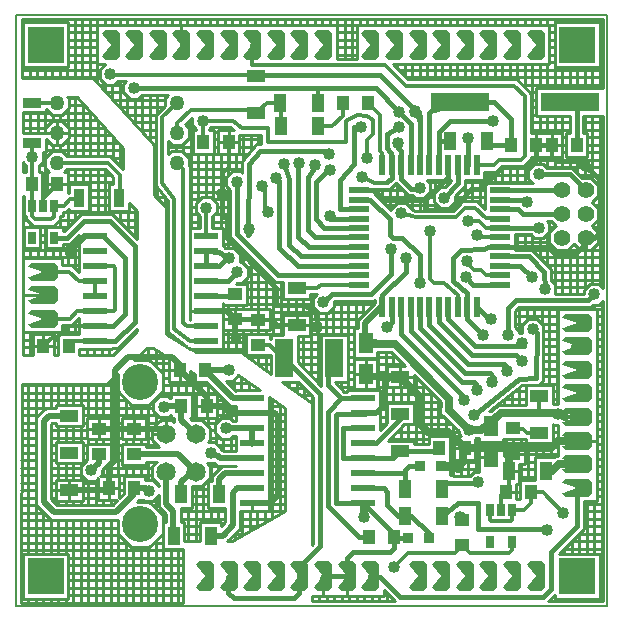
<source format=gtl>
G04 PROTEUS RS274X GERBER FILE*
%FSLAX24Y24*%
%MOIN*%
%ADD10C,0.0200*%
%ADD11C,0.0150*%
%ADD12C,0.0100*%
%ADD13C,0.0250*%
%ADD14C,0.0120*%
%ADD15C,0.0400*%
%ADD16R,0.1200X0.1200*%
%ADD17C,0.0650*%
%ADD18C,0.1200*%
%ADD19R,0.0790X0.0240*%
%ADD70R,0.0500X0.0400*%
%ADD71R,0.0400X0.0500*%
%ADD20R,0.0400X0.0600*%
%ADD21R,0.0600X0.0400*%
%ADD22R,0.0700X0.0200*%
%ADD23R,0.0200X0.0700*%
%AMDIL016*4,1,8,-0.0300,0.0380,-0.0180,0.0500,0.0180,0.0500,0.0300,0.0380,0.0300,-0.0380,0.0180,-0.0500,-0.0180,-0.0500,-0.0300,-0.0380,0*%
%ADD24DIL016*%
%ADD25R,0.1930X0.0630*%
%ADD26C,0.0550*%
%AMDIL019*4,1,8,-0.0500,0.0180,-0.0380,0.0300,0.0380,0.0300,0.0500,0.0180,0.0500,-0.0180,0.0380,-0.0300,-0.0380,-0.0300,-0.0500,-0.0180,0*%
%ADD27DIL019*%
%ADD28R,0.0350X0.0350*%
%ADD29R,0.0600X0.1260*%
%ADD72R,0.0490X0.0710*%
%ADD73C,0.0500*%
%ADD30R,0.0350X0.0600*%
%ADD31R,0.0600X0.0350*%
%ADD32R,0.0250X0.0400*%
%ADD33C,0.0080*%
G54D10*
X+5256Y+2346D02*
X+5256Y+2236D01*
X+5269Y+2222D01*
X+5269Y+2222D01*
X+5256Y+2346D01*
X+5993Y+5724D02*
X+5511Y+6206D01*
X+5511Y+6677D01*
X+6351Y+6677D02*
X+6351Y+6965D01*
X+5459Y+7858D01*
X+6299Y+7858D02*
X+7236Y+6921D01*
X+7874Y+6921D01*
X+5511Y+6677D02*
X+4962Y+6677D01*
X+4922Y+6636D01*
X+7086Y+7858D02*
X+6299Y+7858D01*
X+6351Y+6677D02*
X+6889Y+6677D01*
X+7145Y+6421D01*
X+7874Y+6421D01*
X+1771Y+3862D02*
X+3037Y+3862D01*
X+3097Y+3921D01*
X+5013Y+4464D02*
X+5013Y+3392D01*
X+5246Y+3159D01*
X+5246Y+2356D01*
X+5256Y+2346D01*
X+5993Y+4464D02*
X+5855Y+4464D01*
X+5511Y+4120D01*
X+5511Y+3724D01*
X+7874Y+4421D02*
X+6953Y+4421D01*
X+6770Y+4238D01*
X+6770Y+3742D01*
X+6751Y+3724D01*
X+7874Y+3921D02*
X+7382Y+3921D01*
X+7229Y+3767D01*
X+7229Y+2685D01*
X+6889Y+2346D01*
X+6496Y+2346D01*
X+3276Y+5901D02*
X+2754Y+5901D01*
X+5013Y+5724D02*
X+5013Y+5736D01*
X+4848Y+5901D01*
X+3937Y+5901D01*
X+3937Y+5061D02*
X+5396Y+5061D01*
X+5993Y+4464D01*
X+7874Y+6421D02*
X+8618Y+6421D01*
X+8723Y+6315D01*
X+8723Y+3685D01*
X+8458Y+3421D01*
X+7874Y+3421D01*
X+7874Y+5921D02*
X+7874Y+5421D01*
X+2510Y+4522D02*
X+2754Y+4766D01*
X+2754Y+5061D01*
X+3289Y+5889D02*
X+3289Y+5901D01*
X+3097Y+3921D02*
X+3097Y+4663D01*
X+3289Y+4855D01*
X+3289Y+5889D01*
X+3276Y+5901D01*
X+3937Y+5901D02*
X+3289Y+5901D01*
X+3276Y+5901D01*
X+3937Y+3921D02*
X+3937Y+3724D01*
X+3740Y+3527D01*
X+3341Y+3129D01*
X+1263Y+3129D01*
X+933Y+3459D01*
X+926Y+3459D01*
X+926Y+6182D01*
X+1091Y+6347D01*
X+1766Y+6347D01*
X+1771Y+6342D01*
X+7874Y+5921D02*
X+7868Y+5415D01*
X+7874Y+5421D01*
X+3937Y+3921D02*
X+4342Y+3921D01*
X+4416Y+3847D01*
X+6988Y+5928D02*
X+6909Y+5929D01*
X+7874Y+5921D01*
G54D11*
X+13149Y+14686D02*
X+13149Y+16082D01*
X+12782Y+16450D01*
X+12750Y+16450D01*
X+13464Y+15036D02*
X+13464Y+14686D01*
X+13779Y+14686D02*
X+13779Y+16433D01*
X+13835Y+16489D01*
X+14800Y+16800D01*
X+15923Y+16800D01*
X+16497Y+16225D01*
X+16497Y+15352D01*
X+16500Y+15350D01*
X+17340Y+15350D02*
X+17850Y+15350D01*
X+18690Y+15350D02*
X+18690Y+16571D01*
X+18461Y+16800D01*
X+16141Y+13859D02*
X+18190Y+13859D01*
X+18200Y+13850D01*
X+16141Y+11969D02*
X+17748Y+11969D01*
X+17939Y+11778D01*
X+18659Y+11778D01*
X+18987Y+12106D01*
X+18987Y+12275D01*
X+19269Y+12275D01*
X+19420Y+12426D01*
X+19420Y+12940D01*
G54D12*
X+19420Y+13971D01*
G54D11*
X+19420Y+14229D01*
X+18987Y+13850D02*
X+18454Y+14383D01*
X+17427Y+14383D01*
X+17427Y+12610D02*
X+16152Y+12610D01*
X+16141Y+12599D01*
X+16141Y+13229D02*
X+16720Y+13229D01*
X+16889Y+13060D01*
X+18198Y+13060D01*
X+18200Y+13062D01*
X+15053Y+15602D02*
X+15053Y+14701D01*
X+15038Y+14686D01*
X+18700Y+8661D02*
X+18550Y+8661D01*
X+13314Y+16490D02*
X+13309Y+16475D01*
X+13442Y+16342D02*
X+13464Y+16320D01*
X+13464Y+15036D01*
X+13314Y+16490D02*
X+13321Y+16473D01*
X+13328Y+16457D01*
X+13464Y+16134D01*
X+13464Y+14686D01*
X+13309Y+16475D02*
X+13328Y+16457D01*
X+13442Y+16342D01*
X+13309Y+16475D02*
X+13321Y+16473D01*
X+13431Y+16457D01*
X+13314Y+16490D01*
X+18461Y+16800D02*
X+18461Y+16800D01*
X+14450Y+15500D02*
X+14094Y+15500D01*
X+14094Y+14686D01*
X+15900Y+16150D02*
X+15895Y+16149D01*
X+14449Y+16149D01*
X+14094Y+15794D01*
X+14094Y+15500D01*
X+15690Y+15500D02*
X+15840Y+15350D01*
X+16500Y+15350D01*
X+11574Y+4421D02*
X+12956Y+4421D01*
X+12957Y+4420D01*
X+12957Y+4200D01*
X+12960Y+3900D01*
X+13470Y+4650D02*
X+13089Y+4650D01*
X+12957Y+4517D01*
X+12957Y+4420D01*
X+12957Y+4200D02*
X+12957Y+3902D01*
X+12960Y+3900D01*
X+11574Y+4921D02*
X+12561Y+4921D01*
X+12800Y+5159D01*
X+13959Y+5159D01*
X+14115Y+5315D01*
X+14110Y+5250D01*
X+13750Y+2250D02*
X+13750Y+2434D01*
X+13176Y+3008D01*
X+13160Y+3008D01*
X+12960Y+3000D01*
X+12650Y+2250D02*
X+12600Y+2300D01*
X+13070Y+2250D02*
X+12650Y+2250D01*
X+11574Y+3921D02*
X+12254Y+3921D01*
X+12378Y+3798D01*
X+12378Y+3350D01*
X+12729Y+2999D01*
X+12959Y+2999D01*
X+12960Y+3000D01*
X+11574Y+5421D02*
X+12001Y+5421D01*
X+12268Y+5688D01*
X+12800Y+6219D01*
X+12800Y+6400D01*
X+11650Y+6421D02*
X+11574Y+6421D01*
X+11023Y+984D02*
X+10263Y+984D01*
X+10200Y+921D01*
X+10236Y+984D01*
X+11023Y+984D02*
X+11023Y+1611D01*
X+11219Y+1807D01*
X+12475Y+1807D01*
X+12594Y+1926D01*
X+12594Y+2294D01*
X+12600Y+2300D01*
G54D13*
X+14150Y+4650D02*
X+14775Y+4650D01*
X+14909Y+4783D01*
X+14909Y+5209D01*
X+14950Y+5250D01*
G54D11*
X+11574Y+3421D02*
X+11589Y+3406D01*
X+12650Y+2346D01*
X+12650Y+2250D01*
X+12500Y+7644D02*
X+12800Y+7640D01*
X+11574Y+4921D02*
X+10900Y+4921D01*
X+10900Y+5921D01*
X+11574Y+5921D01*
X+11574Y+3421D02*
X+10678Y+3421D01*
X+10650Y+3449D01*
X+10650Y+6349D01*
X+10710Y+6410D01*
X+11639Y+6410D01*
X+11650Y+6421D01*
X+10600Y+8250D02*
X+10400Y+8050D01*
X+10400Y+7364D01*
X+10843Y+6921D01*
X+11574Y+6921D01*
X+10843Y+6921D02*
X+10400Y+6477D01*
X+10400Y+3327D01*
X+11427Y+2300D01*
X+11760Y+2300D01*
X+8946Y+8250D02*
X+10137Y+7059D01*
X+10137Y+1987D01*
X+9448Y+1299D01*
X+9448Y+984D01*
X+9448Y+446D01*
X+9267Y+264D01*
X+7253Y+264D01*
X+7071Y+446D01*
X+7071Y+969D01*
X+7086Y+984D01*
G54D13*
X+11589Y+3406D02*
X+11589Y+2960D01*
X+14737Y+4640D02*
X+14159Y+4640D01*
X+14150Y+4650D01*
G54D11*
X+16870Y+8759D02*
X+16948Y+8650D01*
X+15300Y+8650D01*
X+14400Y+9550D01*
X+14400Y+9953D01*
X+14409Y+9962D01*
X+14094Y+9962D02*
X+14094Y+9455D01*
X+15200Y+8350D01*
X+16677Y+8350D01*
X+16806Y+8220D01*
X+16904Y+8220D01*
X+16858Y+8175D01*
X+13779Y+9962D02*
X+13779Y+9350D01*
X+15080Y+8050D01*
X+16270Y+8050D01*
X+16431Y+7889D01*
X+16431Y+7874D01*
X+16376Y+7819D01*
X+13464Y+9962D02*
X+13464Y+9255D01*
X+14970Y+7750D01*
X+15803Y+7750D01*
X+15938Y+7614D01*
X+15938Y+7541D01*
X+15879Y+7482D01*
X+13149Y+9962D02*
X+13149Y+9180D01*
X+14880Y+7450D01*
X+15250Y+7450D01*
X+15422Y+7277D01*
X+15422Y+7246D01*
X+15359Y+7183D01*
X+12834Y+9962D02*
X+12834Y+9055D01*
X+14920Y+6970D01*
X+14930Y+6870D01*
X+11650Y+6421D02*
X+11957Y+6421D01*
X+12215Y+6679D01*
X+12277Y+6740D01*
X+12277Y+7460D01*
X+12457Y+7640D01*
X+12461Y+7644D01*
X+8950Y+8200D02*
X+8946Y+8250D01*
X+12795Y+7644D02*
X+12800Y+7640D01*
G54D13*
X+12461Y+7644D02*
X+12500Y+7644D01*
X+12795Y+7644D01*
X+11880Y+8750D02*
X+11959Y+8750D01*
G54D10*
X+12800Y+7640D02*
X+12500Y+7640D01*
X+12457Y+7640D01*
X+11749Y+7640D01*
X+11650Y+7740D01*
G54D13*
X+11959Y+8740D02*
X+11640Y+8740D01*
G54D10*
X+12204Y+9962D02*
X+12194Y+9962D01*
X+12172Y+9962D01*
X+11640Y+9430D01*
X+11640Y+9118D01*
X+11650Y+8763D01*
G54D13*
X+11640Y+8740D02*
X+11650Y+8763D01*
G54D11*
X+15038Y+9962D02*
X+15038Y+9575D01*
X+12787Y+7655D02*
X+12800Y+7640D01*
X+15034Y+9570D02*
X+15034Y+9957D01*
X+15038Y+9962D01*
X+15564Y+9039D02*
X+15034Y+9570D01*
X+15038Y+9575D01*
G54D13*
X+12800Y+7640D02*
X+13480Y+6960D01*
X+13480Y+6060D01*
X+13740Y+5800D01*
X+14400Y+5800D01*
X+14950Y+5250D01*
G54D11*
X+13905Y+13800D02*
X+14409Y+14304D01*
X+14409Y+14686D01*
X+12363Y+9315D02*
X+12519Y+9471D01*
X+12519Y+9962D01*
X+11510Y+15964D02*
X+11517Y+15999D01*
G54D14*
X+15353Y+14686D02*
X+15931Y+14686D01*
X+16102Y+14856D01*
X+16820Y+14856D01*
X+16955Y+14992D01*
X+16955Y+16991D01*
X+16601Y+17345D01*
X+12986Y+17345D01*
X+12299Y+18033D01*
X+7872Y+18033D01*
X+7861Y+18043D01*
X+7861Y+18688D01*
X+7874Y+18700D01*
G54D11*
X+6340Y+11820D02*
X+6340Y+11320D01*
X+6758Y+11320D01*
X+7037Y+11598D01*
X+7070Y+11598D02*
X+6780Y+11810D01*
X+6340Y+11820D01*
G54D14*
X+7106Y+11598D02*
X+7070Y+11598D01*
X+7037Y+11598D01*
X+6991Y+11598D01*
X+6780Y+11810D01*
X+6350Y+11810D01*
X+6340Y+11820D01*
G54D10*
X+7310Y+9550D02*
X+7040Y+9820D01*
X+6340Y+9820D01*
G54D11*
X+6340Y+10320D02*
X+7264Y+10320D01*
X+7336Y+10391D01*
G54D14*
X+7310Y+10390D01*
X+8070Y+8700D02*
X+8450Y+8700D01*
X+8646Y+8503D01*
X+8946Y+8250D01*
X+540Y+15441D02*
X+540Y+14060D01*
X+530Y+14050D01*
X+530Y+13341D01*
X+531Y+13340D01*
X+1370Y+14050D02*
X+966Y+13646D01*
X+897Y+13646D01*
X+897Y+13348D01*
X+905Y+13340D01*
G54D11*
X+1280Y+12277D02*
X+1701Y+12277D01*
X+2254Y+12830D01*
X+3120Y+12830D01*
X+3956Y+11993D01*
X+3956Y+9480D01*
X+3296Y+8820D01*
X+2639Y+8820D01*
X+2639Y+9320D02*
X+3220Y+9320D01*
X+3622Y+9721D01*
X+3622Y+11608D01*
X+2929Y+12300D01*
X+2929Y+12347D01*
X+2639Y+12320D01*
G54D14*
X+2639Y+10320D02*
X+2639Y+10820D01*
X+2624Y+9806D02*
X+2624Y+9806D01*
X+2625Y+9806D01*
X+2639Y+9820D01*
X+2624Y+9806D02*
X+2612Y+9794D01*
X+2624Y+9806D01*
X+2639Y+9820D01*
X+2638Y+9820D01*
X+2027Y+9820D01*
X+1788Y+9580D01*
X+899Y+9580D01*
X+885Y+9566D01*
X+2639Y+11320D02*
X+3253Y+11320D01*
X+3299Y+11274D01*
X+3299Y+9874D01*
X+3267Y+9842D01*
X+2660Y+9842D01*
X+2638Y+9820D01*
X+2624Y+9806D01*
X+2639Y+10820D02*
X+2109Y+10820D01*
X+1781Y+11147D01*
X+892Y+11147D01*
X+885Y+11141D01*
G54D10*
X+1801Y+11828D02*
X+2295Y+12322D01*
X+2625Y+12322D01*
X+2639Y+12320D01*
G54D14*
X+531Y+13340D02*
X+531Y+13133D01*
X+531Y+12990D01*
X+637Y+12885D01*
X+1174Y+12885D01*
X+1271Y+12982D01*
X+1271Y+13312D01*
X+1299Y+13340D01*
X+1280Y+13340D01*
X+1299Y+13340D02*
X+1585Y+13340D01*
X+1794Y+13549D01*
X+2049Y+13549D01*
X+2100Y+13600D01*
X+542Y+14964D02*
X+542Y+15439D01*
X+540Y+15441D01*
G54D10*
X+1368Y+14032D02*
X+1370Y+14050D01*
G54D14*
X+8070Y+9540D02*
X+7320Y+9540D01*
X+7310Y+9550D01*
G54D10*
X+7310Y+8948D01*
X+7316Y+8941D01*
X+11636Y+7721D02*
X+11650Y+7740D01*
G54D11*
X+11416Y+11025D02*
X+8724Y+11025D01*
X+7350Y+12399D01*
X+7350Y+14133D01*
X+12744Y+15425D02*
X+12744Y+15256D01*
X+12841Y+15160D01*
X+12841Y+14693D01*
X+12834Y+14686D01*
X+13641Y+13536D02*
X+13905Y+13800D01*
X+11416Y+13859D02*
X+11920Y+13859D01*
X+12236Y+13543D01*
X+13635Y+13543D01*
X+13641Y+13536D01*
X+15353Y+9962D02*
X+15764Y+9551D01*
X+15823Y+9551D01*
X+13450Y+10767D02*
X+13450Y+11689D01*
X+12872Y+12267D01*
X+12575Y+12267D01*
X+12460Y+12382D01*
X+12460Y+12895D01*
X+11810Y+13544D01*
X+11416Y+13544D01*
G54D14*
X+13810Y+12510D02*
X+13796Y+12510D01*
G54D11*
X+12834Y+14686D02*
X+12834Y+14245D01*
X+13165Y+13914D01*
X+13464Y+13914D01*
X+13464Y+13934D01*
X+12500Y+11893D02*
X+12500Y+11072D01*
X+11821Y+10393D01*
X+10516Y+10393D01*
X+10240Y+10118D01*
X+7382Y+11122D02*
X+7079Y+10820D01*
X+6340Y+10820D01*
G54D14*
X+11416Y+10710D02*
X+10154Y+10710D01*
X+10044Y+10600D01*
X+9323Y+10600D01*
X+9317Y+10607D01*
X+9350Y+10590D01*
X+9350Y+9350D02*
X+8723Y+9350D01*
X+8537Y+9536D01*
X+8073Y+9536D01*
X+8060Y+9550D01*
X+8070Y+9540D01*
X+7310Y+9550D02*
X+8060Y+9550D01*
G54D11*
X+6879Y+13740D02*
X+6879Y+13046D01*
X+7047Y+12893D01*
X+7047Y+12263D01*
X+8657Y+10598D01*
X+8681Y+10039D01*
X+9625Y+10039D01*
X+10000Y+9744D01*
X+10019Y+9310D01*
X+16141Y+13544D02*
X+16955Y+13544D01*
X+17020Y+13480D01*
G54D14*
X+18949Y+14692D02*
X+18828Y+14814D01*
X+18035Y+14814D01*
X+17850Y+15000D01*
X+17850Y+15350D01*
G54D11*
X+19420Y+14229D02*
X+18835Y+14814D01*
X+18828Y+14814D01*
G54D14*
X+14724Y+9962D02*
X+14724Y+10280D01*
X+14724Y+10230D01*
X+14720Y+10350D01*
X+14257Y+10767D01*
X+13920Y+10767D01*
X+13790Y+10900D01*
X+13791Y+12487D01*
X+13813Y+12510D01*
X+13810Y+12510D01*
G54D11*
X+14724Y+14686D02*
X+14724Y+14094D01*
X+14279Y+13600D01*
X+16141Y+11969D02*
X+15730Y+11960D01*
X+15610Y+11890D01*
X+14840Y+11880D01*
X+14550Y+11590D01*
X+14550Y+10830D01*
X+15039Y+10430D01*
X+15038Y+9962D01*
X+13641Y+13536D02*
X+13641Y+13205D01*
X+14549Y+13216D01*
X+15180Y+13890D01*
X+15472Y+13892D01*
X+16201Y+14621D01*
X+17102Y+14621D01*
X+17340Y+14859D01*
X+17340Y+15350D01*
X+13000Y+11600D02*
X+13007Y+11121D01*
X+12200Y+10380D01*
X+12200Y+9966D01*
X+12204Y+9962D01*
G54D14*
X+15061Y+12821D02*
X+15437Y+12821D01*
X+15658Y+12599D01*
X+16141Y+12599D01*
X+16141Y+12284D02*
X+15474Y+12284D01*
X+15377Y+12382D01*
X+15372Y+12377D01*
X+16141Y+11025D02*
X+15681Y+11025D01*
X+15505Y+11201D01*
X+15258Y+11201D01*
X+15019Y+11440D01*
X+15019Y+11507D01*
X+7086Y+15452D02*
X+7086Y+14619D01*
X+6886Y+14419D01*
X+6886Y+13747D01*
X+6879Y+13740D01*
G54D13*
X+16358Y+5250D02*
X+17818Y+5250D01*
X+18073Y+5505D01*
X+18694Y+5505D01*
X+18700Y+5511D01*
G54D14*
X+6220Y+16180D02*
X+6220Y+15478D01*
X+6246Y+15452D01*
X+540Y+16780D02*
X+540Y+16773D01*
X+1353Y+16773D01*
X+1353Y+14773D02*
X+3053Y+14773D01*
X+3454Y+14372D01*
X+3454Y+13612D01*
X+3442Y+13600D01*
X+3438Y+13600D01*
X+6340Y+9320D02*
X+5700Y+9320D01*
X+5574Y+9446D01*
X+5574Y+14552D01*
X+5353Y+14773D01*
X+6340Y+8820D02*
X+6343Y+8820D01*
X+5810Y+8819D01*
X+5279Y+9232D01*
X+5279Y+13582D01*
X+4865Y+14094D01*
X+4865Y+16285D01*
X+5353Y+16773D01*
X+8011Y+17657D02*
X+8000Y+17668D01*
X+8000Y+17696D01*
X+3157Y+17696D01*
X+3137Y+17716D01*
G54D11*
X+13309Y+16475D02*
X+13309Y+16532D01*
X+12145Y+17696D01*
X+8000Y+17696D01*
G54D14*
X+10050Y+16760D02*
X+10050Y+17260D01*
X+10053Y+17263D01*
G54D11*
X+12750Y+16450D02*
X+11988Y+17263D01*
X+10053Y+17263D01*
X+3929Y+17263D01*
G54D14*
X+8810Y+16760D02*
X+8354Y+16760D01*
X+8011Y+16417D01*
X+7886Y+16543D01*
X+5837Y+16543D01*
X+5380Y+16086D01*
X+5380Y+15800D01*
X+5353Y+15773D01*
G54D11*
X+15250Y+6356D02*
X+15216Y+6338D01*
X+15250Y+6356D01*
X+16771Y+7578D01*
X+17342Y+7598D01*
X+17350Y+9094D01*
X+17226Y+9217D01*
X+17187Y+10962D02*
X+16810Y+11340D01*
X+16141Y+11340D01*
G54D13*
X+11640Y+8740D02*
X+11610Y+8730D01*
X+12600Y+8730D01*
X+12626Y+8716D01*
X+14437Y+6905D01*
X+14420Y+6520D01*
X+15100Y+5870D01*
G54D14*
X+17440Y+7007D02*
X+17440Y+6422D01*
X+17446Y+6417D01*
X+17440Y+5767D02*
X+17024Y+5767D01*
X+16883Y+5908D01*
X+16585Y+5908D01*
X+16574Y+5918D01*
G54D13*
X+16377Y+5039D02*
X+16377Y+5230D01*
X+16358Y+5250D01*
G54D11*
X+12750Y+15950D02*
X+12362Y+15734D01*
X+12362Y+15265D01*
X+12500Y+15100D01*
X+12517Y+14688D01*
X+12519Y+14686D01*
X+11416Y+13229D02*
X+10800Y+13229D01*
X+10806Y+14212D01*
X+11279Y+14734D01*
X+11279Y+15961D01*
X+11510Y+15964D01*
G54D14*
X+16141Y+12914D02*
X+15660Y+12930D01*
X+15290Y+13280D01*
X+14970Y+13280D01*
X+14660Y+12960D01*
X+13309Y+12959D01*
X+13338Y+12951D01*
X+12820Y+13085D01*
X+12840Y+13085D01*
G54D11*
X+11416Y+12914D02*
X+10500Y+12914D01*
X+10450Y+13000D01*
X+12519Y+14686D02*
X+12519Y+14271D01*
X+12376Y+14128D01*
G54D14*
X+12376Y+14114D01*
X+11963Y+14114D01*
X+11535Y+14291D01*
X+8208Y+14015D02*
X+8307Y+14015D01*
X+8307Y+13129D01*
X+8385Y+13129D01*
X+6337Y+13274D02*
X+6337Y+12322D01*
X+6340Y+12320D01*
G54D11*
X+11416Y+11340D02*
X+9389Y+11338D01*
X+8779Y+11948D01*
X+8779Y+14160D01*
X+8661Y+14271D01*
X+11416Y+12599D02*
X+10250Y+12599D01*
X+10000Y+12891D01*
X+10000Y+14133D01*
X+10433Y+14566D01*
X+10452Y+14527D01*
X+10433Y+15059D02*
X+10392Y+15177D01*
X+8121Y+15177D01*
X+7760Y+14734D01*
X+7734Y+12412D01*
X+7733Y+12452D01*
X+7736Y+12374D01*
X+7780Y+12394D01*
X+7780Y+12560D01*
X+15000Y+10950D02*
X+15239Y+10710D01*
X+16141Y+10710D01*
G54D14*
X+13810Y+12510D02*
X+13804Y+12504D01*
X+11683Y+14918D02*
X+11683Y+15532D01*
X+11890Y+15738D01*
X+11890Y+16200D01*
X+11704Y+16339D01*
X+11380Y+16353D01*
X+11003Y+16149D01*
X+11003Y+15452D01*
X+8385Y+15472D01*
X+8385Y+15925D01*
X+7519Y+15925D01*
X+7224Y+16181D01*
X+6220Y+16180D01*
X+10886Y+16776D02*
X+10886Y+16343D01*
X+10528Y+15984D01*
X+10078Y+15984D01*
X+11726Y+16776D02*
X+12127Y+16376D01*
X+12127Y+15161D01*
X+12201Y+15087D01*
X+12201Y+14689D01*
X+12204Y+14686D01*
X+8838Y+15984D02*
X+8838Y+16731D01*
X+8810Y+16760D01*
X+15826Y+5984D02*
X+15826Y+6124D01*
X+15882Y+6180D01*
X+15882Y+6180D01*
G54D13*
X+15100Y+5870D02*
X+15492Y+5870D01*
X+15882Y+6180D01*
X+16181Y+6417D01*
X+17446Y+6417D01*
G54D14*
X+15826Y+4960D02*
X+15826Y+5250D01*
G54D13*
X+14950Y+5250D02*
X+15826Y+5250D01*
X+16358Y+5250D01*
G54D11*
X+14200Y+3900D02*
X+14200Y+4114D01*
X+15394Y+4114D01*
X+15400Y+4120D01*
G54D13*
X+14868Y+2857D02*
X+14790Y+2960D01*
X+14790Y+2960D01*
X+16420Y+4500D02*
X+16420Y+5039D01*
X+16377Y+5039D01*
G54D14*
X+16574Y+5078D02*
X+16535Y+5039D01*
X+16420Y+5039D01*
G54D13*
X+18700Y+4724D02*
X+18700Y+4720D01*
X+18101Y+4720D01*
X+17882Y+4500D01*
X+17660Y+4500D01*
X+17660Y+4500D01*
G54D14*
X+16420Y+4500D02*
X+16420Y+3825D01*
X+16263Y+3743D01*
X+16180Y+3700D01*
X+16178Y+3658D01*
X+16540Y+3210D02*
X+16948Y+3210D01*
X+17166Y+3427D01*
X+17166Y+3793D01*
X+17160Y+3800D01*
X+15791Y+3210D02*
X+15791Y+2866D01*
X+15823Y+2835D01*
X+16495Y+2835D01*
X+16540Y+2880D01*
X+16540Y+3210D01*
X+18700Y+6299D02*
X+18287Y+6299D01*
X+18148Y+6299D01*
X+18056Y+6391D01*
G54D13*
X+17446Y+6417D02*
X+17992Y+6417D01*
X+18056Y+6391D01*
X+18287Y+6299D01*
G54D11*
X+16141Y+11654D02*
X+17090Y+11650D01*
X+17600Y+11140D01*
X+17630Y+10570D01*
X+17700Y+2530D02*
X+17546Y+2580D01*
X+15388Y+2580D01*
X+15400Y+3440D01*
X+14720Y+3440D01*
X+14200Y+3000D01*
G54D14*
X+18243Y+3114D02*
X+17564Y+3793D01*
X+17360Y+3793D01*
X+17160Y+3800D01*
G54D11*
X+19271Y+10393D02*
X+19068Y+10190D01*
X+16661Y+10190D01*
X+16411Y+9940D01*
X+16411Y+8974D01*
X+16411Y+9024D01*
G54D14*
X+12590Y+1310D02*
X+13050Y+1770D01*
X+14620Y+1770D01*
X+14868Y+2017D01*
X+14958Y+1927D01*
X+15133Y+1753D01*
X+16416Y+1753D01*
X+16540Y+1876D01*
X+16540Y+2146D01*
X+16540Y+2147D01*
G54D11*
X+18700Y+3937D02*
X+18700Y+2650D01*
X+17840Y+1790D01*
X+17840Y+572D01*
X+17557Y+290D01*
X+12815Y+290D01*
X+12138Y+966D01*
X+12111Y+966D01*
X+11811Y+984D01*
G54D14*
X+2639Y+9320D02*
X+1725Y+9320D01*
X+1387Y+8981D01*
X+1241Y+8981D01*
X+910Y+8650D01*
X+1750Y+8650D02*
X+1920Y+8820D01*
X+2244Y+8820D01*
X+2639Y+8820D01*
X+4100Y+8307D02*
X+4184Y+8222D01*
G54D10*
X+3289Y+5901D02*
X+3289Y+6734D01*
X+3287Y+6736D01*
X+3287Y+7854D01*
X+3740Y+8307D01*
X+4100Y+8307D01*
X+5212Y+8307D01*
X+5459Y+8031D01*
X+5459Y+7858D01*
G54D11*
X+11416Y+11654D02*
X+11416Y+11650D01*
X+9500Y+11650D01*
X+9094Y+12027D01*
X+9114Y+14232D01*
X+8914Y+14843D01*
X+8917Y+14744D01*
X+11416Y+11969D02*
X+9769Y+11951D01*
X+9400Y+12300D01*
X+9400Y+14714D01*
X+9448Y+14763D01*
X+11416Y+12284D02*
X+11437Y+12284D01*
X+9978Y+12286D01*
X+9950Y+12300D01*
X+9720Y+12534D01*
X+9720Y+14312D01*
X+9960Y+14619D01*
X+9960Y+14704D01*
G54D14*
X+16320Y+3800D02*
X+16263Y+3743D01*
X+16178Y+3658D01*
X+16165Y+3645D01*
X+16165Y+3210D01*
G54D10*
X+1771Y+5102D02*
X+1771Y+5102D01*
X+6496Y+5102D02*
X+6732Y+4986D01*
X+6797Y+4921D01*
X+7874Y+4921D01*
G54D15*
X+4922Y+6636D03*
X+7086Y+7858D03*
X+2510Y+4522D03*
X+4416Y+3847D03*
X+6988Y+5928D03*
X+17427Y+14383D03*
X+17427Y+12610D03*
X+15053Y+15602D03*
X+13314Y+16490D03*
X+18461Y+16800D03*
X+15900Y+16150D03*
X+11589Y+2960D03*
X+16870Y+8759D03*
X+16858Y+8175D03*
X+16376Y+7819D03*
X+15879Y+7482D03*
X+15359Y+7183D03*
X+14930Y+6870D03*
X+8950Y+8200D03*
X+15564Y+9039D03*
X+12787Y+7655D03*
X+7350Y+14133D03*
X+1801Y+11828D03*
X+542Y+14964D03*
X+1368Y+14032D03*
X+7316Y+8941D03*
X+11636Y+7721D03*
X+3929Y+17263D03*
X+12750Y+16450D03*
X+12744Y+15425D03*
X+15823Y+9551D03*
X+13450Y+10767D03*
X+13464Y+13934D03*
X+12500Y+11893D03*
X+10240Y+10118D03*
X+7382Y+11122D03*
X+10019Y+9310D03*
X+12363Y+9315D03*
X+7106Y+11598D03*
X+17020Y+13480D03*
X+18949Y+14692D03*
X+13309Y+16475D03*
X+13000Y+11600D03*
X+14279Y+13600D03*
X+15372Y+12377D03*
X+15061Y+12821D03*
X+15019Y+11507D03*
X+6879Y+13740D03*
X+7336Y+10391D03*
X+3137Y+17716D03*
X+15400Y+4120D03*
X+15250Y+6356D03*
X+17226Y+9217D03*
X+17187Y+10962D03*
X+11640Y+8740D03*
X+15100Y+5870D03*
X+12750Y+15950D03*
X+11510Y+15964D03*
X+12840Y+13085D03*
X+10450Y+13000D03*
X+11535Y+14291D03*
X+8208Y+14015D03*
X+8385Y+13129D03*
X+6337Y+13274D03*
X+8661Y+14271D03*
X+10452Y+14527D03*
X+10433Y+15059D03*
X+7780Y+12560D03*
X+15000Y+10950D03*
X+13804Y+12504D03*
X+11683Y+14918D03*
X+6220Y+16180D03*
X+14737Y+4640D03*
X+14790Y+2960D03*
X+17630Y+10570D03*
X+17700Y+2530D03*
X+18056Y+6391D03*
X+18243Y+3114D03*
X+19271Y+10393D03*
X+16411Y+9024D03*
X+12590Y+1310D03*
X+8917Y+14744D03*
X+9448Y+14763D03*
X+9960Y+14704D03*
X+1771Y+5102D03*
X+6496Y+5102D03*
G54D12*
X+5870Y+16035D02*
X+6010Y+15895D01*
X+6010Y+15852D01*
X+5896Y+15852D01*
X+5896Y+15052D01*
X+6596Y+15052D01*
X+6596Y+15852D01*
X+6430Y+15852D01*
X+6430Y+15895D01*
X+6505Y+15970D01*
X+7146Y+15971D01*
X+7282Y+15852D01*
X+6736Y+15852D01*
X+6736Y+15052D01*
X+7436Y+15052D01*
X+7436Y+15715D01*
X+7441Y+15715D01*
X+7447Y+15709D01*
X+7527Y+15715D01*
X+8175Y+15715D01*
X+8175Y+15473D01*
X+8175Y+15408D01*
X+8110Y+15402D01*
X+8028Y+15402D01*
X+8019Y+15392D01*
X+8006Y+15391D01*
X+7954Y+15328D01*
X+7896Y+15270D01*
X+7896Y+15257D01*
X+7593Y+14886D01*
X+7536Y+14830D01*
X+7535Y+14815D01*
X+7526Y+14804D01*
X+7534Y+14724D01*
X+7531Y+14446D01*
X+7494Y+14483D01*
X+7205Y+14483D01*
X+7000Y+14278D01*
X+7000Y+13988D01*
X+7125Y+13863D01*
X+7125Y+12306D01*
X+8631Y+10800D01*
X+8900Y+10800D01*
X+8900Y+10240D01*
X+9800Y+10240D01*
X+9800Y+10390D01*
X+10018Y+10390D01*
X+9890Y+10263D01*
X+9890Y+9973D01*
X+10095Y+9768D01*
X+10385Y+9768D01*
X+10590Y+9973D01*
X+10590Y+10149D01*
X+10609Y+10168D01*
X+11914Y+10168D01*
X+11954Y+10208D01*
X+11954Y+10097D01*
X+11390Y+9533D01*
X+11390Y+9268D01*
X+11255Y+9268D01*
X+11255Y+8258D01*
X+12044Y+8258D01*
X+12044Y+8455D01*
X+12499Y+8455D01*
X+12964Y+7990D01*
X+12350Y+7990D01*
X+12350Y+7290D01*
X+13249Y+7290D01*
X+13249Y+7704D01*
X+14157Y+6797D01*
X+14149Y+6635D01*
X+14142Y+6627D01*
X+14144Y+6523D01*
X+14140Y+6418D01*
X+14147Y+6410D01*
X+14147Y+6399D01*
X+14223Y+6327D01*
X+14293Y+6250D01*
X+14304Y+6249D01*
X+14750Y+5824D01*
X+14750Y+5725D01*
X+14825Y+5649D01*
X+14600Y+5649D01*
X+14600Y+4850D01*
X+15299Y+4850D01*
X+15299Y+5575D01*
X+15319Y+5595D01*
X+15431Y+5595D01*
X+15431Y+5479D01*
X+16221Y+5479D01*
X+16221Y+5568D01*
X+16926Y+5568D01*
X+16937Y+5557D01*
X+16990Y+5557D01*
X+16990Y+5417D01*
X+17890Y+5417D01*
X+17890Y+6062D01*
X+17911Y+6041D01*
X+18050Y+6041D01*
X+18050Y+4994D01*
X+17987Y+4994D01*
X+17942Y+4949D01*
X+17310Y+4949D01*
X+17310Y+4199D01*
X+16810Y+4199D01*
X+16810Y+3559D01*
X+16669Y+3559D01*
X+16669Y+4050D01*
X+16769Y+4050D01*
X+16769Y+4728D01*
X+16974Y+4728D01*
X+16974Y+5428D01*
X+16221Y+5428D01*
X+16221Y+5465D01*
X+15431Y+5465D01*
X+15431Y+4469D01*
X+15255Y+4469D01*
X+15124Y+4339D01*
X+14549Y+4339D01*
X+14549Y+4349D01*
X+14474Y+4349D01*
X+14474Y+4974D01*
X+14459Y+4974D01*
X+14459Y+5649D01*
X+13760Y+5649D01*
X+13760Y+5384D01*
X+13249Y+5384D01*
X+13249Y+5509D01*
X+12408Y+5509D01*
X+12948Y+6050D01*
X+13249Y+6050D01*
X+13249Y+6749D01*
X+12350Y+6749D01*
X+12350Y+6087D01*
X+12119Y+5857D01*
X+12119Y+7191D01*
X+11029Y+7191D01*
X+11029Y+7146D01*
X+10936Y+7146D01*
X+10624Y+7457D01*
X+10624Y+7470D01*
X+11049Y+7470D01*
X+11049Y+9029D01*
X+10150Y+9029D01*
X+10150Y+7470D01*
X+10175Y+7470D01*
X+10175Y+7339D01*
X+9396Y+8118D01*
X+9396Y+9000D01*
X+9800Y+9000D01*
X+9800Y+9700D01*
X+8900Y+9700D01*
X+8900Y+9029D01*
X+8496Y+9029D01*
X+8496Y+8909D01*
X+8469Y+8909D01*
X+8469Y+9049D01*
X+7670Y+9049D01*
X+7670Y+8350D01*
X+8469Y+8350D01*
X+8469Y+8377D01*
X+8496Y+8355D01*
X+8496Y+7729D01*
X+7500Y+8450D01*
X+6000Y+8450D01*
X+5833Y+8550D01*
X+6884Y+8550D01*
X+6884Y+10095D01*
X+6910Y+10095D01*
X+6910Y+10040D01*
X+7709Y+10040D01*
X+7709Y+10739D01*
X+7482Y+10739D01*
X+7481Y+10741D01*
X+7319Y+10741D01*
X+7350Y+10772D01*
X+7527Y+10772D01*
X+7732Y+10978D01*
X+7732Y+11267D01*
X+7527Y+11472D01*
X+7456Y+11472D01*
X+7456Y+11743D01*
X+7251Y+11948D01*
X+6972Y+11948D01*
X+6928Y+11979D01*
X+6884Y+12025D01*
X+6884Y+12589D01*
X+6547Y+12589D01*
X+6547Y+12989D01*
X+6687Y+13129D01*
X+6687Y+13419D01*
X+6482Y+13624D01*
X+6192Y+13624D01*
X+5987Y+13419D01*
X+5987Y+13129D01*
X+6127Y+12989D01*
X+6127Y+12589D01*
X+5795Y+12589D01*
X+5795Y+9529D01*
X+5787Y+9529D01*
X+5784Y+9533D01*
X+5784Y+14639D01*
X+5753Y+14670D01*
X+5753Y+14939D01*
X+5519Y+15173D01*
X+5187Y+15173D01*
X+5075Y+15061D01*
X+5075Y+15485D01*
X+5187Y+15373D01*
X+5519Y+15373D01*
X+5753Y+15607D01*
X+5753Y+15939D01*
X+5641Y+16050D01*
X+5870Y+16279D01*
X+5870Y+16035D01*
X+12044Y+7235D02*
X+11255Y+7235D01*
X+11255Y+8244D01*
X+12044Y+8244D01*
X+12044Y+7235D01*
X+7709Y+9889D02*
X+8469Y+9889D01*
X+8469Y+9190D01*
X+7670Y+9190D01*
X+7670Y+9200D01*
X+6910Y+9200D01*
X+6910Y+9899D01*
X+7709Y+9899D01*
X+7709Y+9889D01*
X+7191Y+8890D02*
X+7191Y+8993D01*
X+7264Y+9066D01*
X+7368Y+9066D01*
X+7441Y+8993D01*
X+7441Y+8890D01*
X+7368Y+8816D01*
X+7264Y+8816D01*
X+7191Y+8890D01*
X+9894Y+9259D02*
X+9894Y+9362D01*
X+9967Y+9435D01*
X+10071Y+9435D01*
X+10144Y+9362D01*
X+10144Y+9259D01*
X+10071Y+9185D01*
X+9967Y+9185D01*
X+9894Y+9259D01*
X+6754Y+13688D02*
X+6754Y+13791D01*
X+6827Y+13865D01*
X+6930Y+13865D01*
X+7004Y+13791D01*
X+7004Y+13688D01*
X+6930Y+13615D01*
X+6827Y+13615D01*
X+6754Y+13688D01*
X+14612Y+4588D02*
X+14612Y+4692D01*
X+14685Y+4765D01*
X+14789Y+4765D01*
X+14862Y+4692D01*
X+14862Y+4588D01*
X+14789Y+4515D01*
X+14685Y+4515D01*
X+14612Y+4588D01*
X+16669Y+3559D02*
X+16810Y+3559D01*
X+16669Y+3809D02*
X+16810Y+3809D01*
X+16769Y+4059D02*
X+16810Y+4059D01*
X+16769Y+4309D02*
X+17310Y+4309D01*
X+14474Y+4559D02*
X+14641Y+4559D01*
X+14833Y+4559D02*
X+15431Y+4559D01*
X+16769Y+4559D02*
X+17310Y+4559D01*
X+14474Y+4809D02*
X+15431Y+4809D01*
X+16974Y+4809D02*
X+17310Y+4809D01*
X+14459Y+5059D02*
X+14600Y+5059D01*
X+15299Y+5059D02*
X+15431Y+5059D01*
X+16974Y+5059D02*
X+18050Y+5059D01*
X+14459Y+5309D02*
X+14600Y+5309D01*
X+15299Y+5309D02*
X+15431Y+5309D01*
X+16974Y+5309D02*
X+18050Y+5309D01*
X+12457Y+5559D02*
X+13760Y+5559D01*
X+14459Y+5559D02*
X+14600Y+5559D01*
X+15299Y+5559D02*
X+15431Y+5559D01*
X+16221Y+5559D02*
X+16935Y+5559D01*
X+17890Y+5559D02*
X+18050Y+5559D01*
X+12707Y+5809D02*
X+14750Y+5809D01*
X+17890Y+5809D02*
X+18050Y+5809D01*
X+12119Y+6059D02*
X+12321Y+6059D01*
X+13249Y+6059D02*
X+14503Y+6059D01*
X+17890Y+6059D02*
X+17893Y+6059D01*
X+12119Y+6309D02*
X+12350Y+6309D01*
X+13249Y+6309D02*
X+14239Y+6309D01*
X+12119Y+6559D02*
X+12350Y+6559D01*
X+13249Y+6559D02*
X+14143Y+6559D01*
X+12119Y+6809D02*
X+14144Y+6809D01*
X+12119Y+7059D02*
X+13894Y+7059D01*
X+10772Y+7309D02*
X+11255Y+7309D01*
X+12044Y+7309D02*
X+12350Y+7309D01*
X+13249Y+7309D02*
X+13644Y+7309D01*
X+9955Y+7559D02*
X+10150Y+7559D01*
X+11049Y+7559D02*
X+11255Y+7559D01*
X+12044Y+7559D02*
X+12350Y+7559D01*
X+13249Y+7559D02*
X+13394Y+7559D01*
X+8385Y+7809D02*
X+8496Y+7809D01*
X+9705Y+7809D02*
X+10150Y+7809D01*
X+11049Y+7809D02*
X+11255Y+7809D01*
X+12044Y+7809D02*
X+12350Y+7809D01*
X+8040Y+8059D02*
X+8496Y+8059D01*
X+9455Y+8059D02*
X+10150Y+8059D01*
X+11049Y+8059D02*
X+11255Y+8059D01*
X+12044Y+8059D02*
X+12895Y+8059D01*
X+7694Y+8309D02*
X+8496Y+8309D01*
X+9396Y+8309D02*
X+10150Y+8309D01*
X+11049Y+8309D02*
X+11255Y+8309D01*
X+12044Y+8309D02*
X+12645Y+8309D01*
X+6884Y+8559D02*
X+7670Y+8559D01*
X+9396Y+8559D02*
X+10150Y+8559D01*
X+11049Y+8559D02*
X+11255Y+8559D01*
X+6884Y+8809D02*
X+7670Y+8809D01*
X+9396Y+8809D02*
X+10150Y+8809D01*
X+11049Y+8809D02*
X+11255Y+8809D01*
X+6884Y+9059D02*
X+7257Y+9059D01*
X+7375Y+9059D02*
X+8900Y+9059D01*
X+9800Y+9059D02*
X+11255Y+9059D01*
X+6884Y+9309D02*
X+6910Y+9309D01*
X+8469Y+9309D02*
X+8900Y+9309D01*
X+9800Y+9309D02*
X+9894Y+9309D01*
X+10144Y+9309D02*
X+11390Y+9309D01*
X+5784Y+9559D02*
X+5795Y+9559D01*
X+6884Y+9559D02*
X+6910Y+9559D01*
X+8469Y+9559D02*
X+8900Y+9559D01*
X+9800Y+9559D02*
X+11416Y+9559D01*
X+5784Y+9809D02*
X+5795Y+9809D01*
X+6884Y+9809D02*
X+6910Y+9809D01*
X+8469Y+9809D02*
X+10054Y+9809D01*
X+10426Y+9809D02*
X+11666Y+9809D01*
X+5784Y+10059D02*
X+5795Y+10059D01*
X+6884Y+10059D02*
X+6910Y+10059D01*
X+7709Y+10059D02*
X+9890Y+10059D01*
X+10590Y+10059D02*
X+11916Y+10059D01*
X+5784Y+10309D02*
X+5795Y+10309D01*
X+7709Y+10309D02*
X+8900Y+10309D01*
X+9800Y+10309D02*
X+9936Y+10309D01*
X+5784Y+10559D02*
X+5795Y+10559D01*
X+7709Y+10559D02*
X+8900Y+10559D01*
X+5784Y+10809D02*
X+5795Y+10809D01*
X+7563Y+10809D02*
X+8622Y+10809D01*
X+5784Y+11059D02*
X+5795Y+11059D01*
X+7732Y+11059D02*
X+8372Y+11059D01*
X+5784Y+11309D02*
X+5795Y+11309D01*
X+7690Y+11309D02*
X+8122Y+11309D01*
X+5784Y+11559D02*
X+5795Y+11559D01*
X+7456Y+11559D02*
X+7872Y+11559D01*
X+5784Y+11809D02*
X+5795Y+11809D01*
X+7390Y+11809D02*
X+7622Y+11809D01*
X+5784Y+12059D02*
X+5795Y+12059D01*
X+6884Y+12059D02*
X+7372Y+12059D01*
X+5784Y+12309D02*
X+5795Y+12309D01*
X+6884Y+12309D02*
X+7125Y+12309D01*
X+5784Y+12559D02*
X+5795Y+12559D01*
X+6884Y+12559D02*
X+7125Y+12559D01*
X+5784Y+12809D02*
X+6127Y+12809D01*
X+6547Y+12809D02*
X+7125Y+12809D01*
X+5784Y+13059D02*
X+6057Y+13059D01*
X+6617Y+13059D02*
X+7125Y+13059D01*
X+5784Y+13309D02*
X+5987Y+13309D01*
X+6687Y+13309D02*
X+7125Y+13309D01*
X+5784Y+13559D02*
X+6127Y+13559D01*
X+6547Y+13559D02*
X+7125Y+13559D01*
X+5784Y+13809D02*
X+6771Y+13809D01*
X+6986Y+13809D02*
X+7125Y+13809D01*
X+5784Y+14059D02*
X+7000Y+14059D01*
X+5784Y+14309D02*
X+7031Y+14309D01*
X+5784Y+14559D02*
X+7532Y+14559D01*
X+5753Y+14809D02*
X+7530Y+14809D01*
X+5633Y+15059D02*
X+5896Y+15059D01*
X+6596Y+15059D02*
X+6736Y+15059D01*
X+7436Y+15059D02*
X+7734Y+15059D01*
X+5075Y+15309D02*
X+5896Y+15309D01*
X+6596Y+15309D02*
X+6736Y+15309D01*
X+7436Y+15309D02*
X+7935Y+15309D01*
X+5705Y+15559D02*
X+5896Y+15559D01*
X+6596Y+15559D02*
X+6736Y+15559D01*
X+7436Y+15559D02*
X+8175Y+15559D01*
X+5753Y+15809D02*
X+5896Y+15809D01*
X+6596Y+15809D02*
X+6736Y+15809D01*
X+5650Y+16059D02*
X+5870Y+16059D01*
X+5870Y+16279D02*
X+5870Y+16279D01*
X+5075Y+15061D02*
X+5075Y+15485D01*
X+5325Y+15173D02*
X+5325Y+15373D01*
X+5575Y+15117D02*
X+5575Y+15429D01*
X+5825Y+12589D02*
X+5825Y+16234D01*
X+6075Y+8450D02*
X+6075Y+8550D01*
X+6075Y+12589D02*
X+6075Y+13041D01*
X+6075Y+13507D02*
X+6075Y+15052D01*
X+6325Y+8450D02*
X+6325Y+8550D01*
X+6325Y+13624D02*
X+6325Y+15052D01*
X+6575Y+8450D02*
X+6575Y+8550D01*
X+6575Y+12589D02*
X+6575Y+13017D01*
X+6575Y+13531D02*
X+6575Y+15052D01*
X+6575Y+15852D02*
X+6575Y+15970D01*
X+6825Y+8450D02*
X+6825Y+8550D01*
X+6825Y+12589D02*
X+6825Y+13617D01*
X+6825Y+13862D02*
X+6825Y+15052D01*
X+6825Y+15852D02*
X+6825Y+15970D01*
X+7075Y+8450D02*
X+7075Y+9200D01*
X+7075Y+9899D02*
X+7075Y+10040D01*
X+7075Y+11948D02*
X+7075Y+13913D01*
X+7075Y+14353D02*
X+7075Y+15052D01*
X+7075Y+15852D02*
X+7075Y+15970D01*
X+7325Y+8450D02*
X+7325Y+8816D01*
X+7325Y+9066D02*
X+7325Y+9200D01*
X+7325Y+9899D02*
X+7325Y+10040D01*
X+7325Y+10741D02*
X+7325Y+10747D01*
X+7325Y+11874D02*
X+7325Y+12106D01*
X+7325Y+14483D02*
X+7325Y+15052D01*
X+7575Y+8395D02*
X+7575Y+9200D01*
X+7575Y+9899D02*
X+7575Y+10040D01*
X+7575Y+10739D02*
X+7575Y+10820D01*
X+7575Y+11424D02*
X+7575Y+11856D01*
X+7575Y+14868D02*
X+7575Y+15715D01*
X+7825Y+8214D02*
X+7825Y+8350D01*
X+7825Y+9049D02*
X+7825Y+9190D01*
X+7825Y+9889D02*
X+7825Y+11606D01*
X+7825Y+15170D02*
X+7825Y+15715D01*
X+8075Y+8033D02*
X+8075Y+8350D01*
X+8075Y+9049D02*
X+8075Y+9190D01*
X+8075Y+9889D02*
X+8075Y+11356D01*
X+8075Y+15402D02*
X+8075Y+15715D01*
X+8325Y+7852D02*
X+8325Y+8350D01*
X+8325Y+9049D02*
X+8325Y+9190D01*
X+8325Y+9889D02*
X+8325Y+11106D01*
X+8575Y+9029D02*
X+8575Y+10856D01*
X+8825Y+9029D02*
X+8825Y+10800D01*
X+9075Y+9700D02*
X+9075Y+10240D01*
X+9325Y+9700D02*
X+9325Y+10240D01*
X+9575Y+7939D02*
X+9575Y+9000D01*
X+9575Y+9700D02*
X+9575Y+10240D01*
X+9825Y+7689D02*
X+9825Y+10390D01*
X+10075Y+7439D02*
X+10075Y+9189D01*
X+10075Y+9431D02*
X+10075Y+9788D01*
X+10325Y+9029D02*
X+10325Y+9768D01*
X+10575Y+9029D02*
X+10575Y+9958D01*
X+10825Y+7256D02*
X+10825Y+7470D01*
X+10825Y+9029D02*
X+10825Y+10168D01*
X+11075Y+7191D02*
X+11075Y+10168D01*
X+11325Y+7191D02*
X+11325Y+7235D01*
X+11325Y+8244D02*
X+11325Y+8258D01*
X+11325Y+9268D02*
X+11325Y+10168D01*
X+11575Y+7191D02*
X+11575Y+7235D01*
X+11575Y+8244D02*
X+11575Y+8258D01*
X+11575Y+9718D02*
X+11575Y+10168D01*
X+11825Y+7191D02*
X+11825Y+7235D01*
X+11825Y+8244D02*
X+11825Y+8258D01*
X+11825Y+9968D02*
X+11825Y+10168D01*
X+12075Y+7191D02*
X+12075Y+8455D01*
X+12325Y+6062D02*
X+12325Y+8455D01*
X+12575Y+5509D02*
X+12575Y+5676D01*
X+12575Y+6749D02*
X+12575Y+7290D01*
X+12575Y+7990D02*
X+12575Y+8379D01*
X+12825Y+5509D02*
X+12825Y+5926D01*
X+12825Y+6749D02*
X+12825Y+7290D01*
X+12825Y+7990D02*
X+12825Y+8129D01*
X+13075Y+5509D02*
X+13075Y+6050D01*
X+13075Y+6749D02*
X+13075Y+7290D01*
X+13325Y+5384D02*
X+13325Y+7628D01*
X+13575Y+5384D02*
X+13575Y+7378D01*
X+13825Y+5649D02*
X+13825Y+7128D01*
X+14075Y+5649D02*
X+14075Y+6878D01*
X+14325Y+5649D02*
X+14325Y+6228D01*
X+14575Y+4339D02*
X+14575Y+5990D01*
X+14825Y+4339D02*
X+14825Y+4551D01*
X+14825Y+4729D02*
X+14825Y+4850D01*
X+14825Y+5649D02*
X+14825Y+5649D01*
X+15075Y+4339D02*
X+15075Y+4850D01*
X+15325Y+4469D02*
X+15325Y+5595D01*
X+15575Y+5465D02*
X+15575Y+5479D01*
X+15825Y+5465D02*
X+15825Y+5479D01*
X+16075Y+5465D02*
X+16075Y+5479D01*
X+16325Y+5428D02*
X+16325Y+5568D01*
X+16575Y+5428D02*
X+16575Y+5568D01*
X+16825Y+4199D02*
X+16825Y+4728D01*
X+16825Y+5428D02*
X+16825Y+5568D01*
X+17075Y+4199D02*
X+17075Y+5417D01*
X+17325Y+4949D02*
X+17325Y+5417D01*
X+17575Y+4949D02*
X+17575Y+5417D01*
X+17825Y+4949D02*
X+17825Y+5417D01*
X+18050Y+4994D02*
X+18050Y+6041D01*
X+19550Y+17264D02*
X+17346Y+17264D01*
X+17346Y+16335D01*
X+18465Y+16335D01*
X+18465Y+15749D01*
X+18340Y+15749D01*
X+18340Y+14950D01*
X+19039Y+14950D01*
X+19039Y+15749D01*
X+18914Y+15749D01*
X+18914Y+16335D01*
X+19550Y+16335D01*
X+19550Y+10609D01*
X+19416Y+10743D01*
X+19126Y+10743D01*
X+18921Y+10538D01*
X+18921Y+10414D01*
X+17969Y+10414D01*
X+17979Y+10425D01*
X+17979Y+10714D01*
X+17840Y+10854D01*
X+17825Y+11145D01*
X+17825Y+11233D01*
X+17820Y+11238D01*
X+17819Y+11244D01*
X+17755Y+11303D01*
X+17249Y+11808D01*
X+17184Y+11874D01*
X+17183Y+11874D01*
X+17183Y+11875D01*
X+17090Y+11875D01*
X+16641Y+11877D01*
X+16641Y+12385D01*
X+17157Y+12385D01*
X+17282Y+12260D01*
X+17572Y+12260D01*
X+17777Y+12465D01*
X+17777Y+12755D01*
X+17697Y+12835D01*
X+17825Y+12835D01*
X+17992Y+12668D01*
X+17775Y+12451D01*
X+17775Y+12099D01*
X+18023Y+11850D01*
X+18376Y+11850D01*
X+18593Y+12067D01*
X+18811Y+11850D01*
X+19163Y+11850D01*
X+19412Y+12099D01*
X+19412Y+12451D01*
X+19194Y+12668D01*
X+19412Y+12886D01*
X+19412Y+13238D01*
X+19194Y+13456D01*
X+19412Y+13673D01*
X+19412Y+14026D01*
X+19163Y+14274D01*
X+18880Y+14274D01*
X+18547Y+14608D01*
X+17697Y+14608D01*
X+17572Y+14733D01*
X+17282Y+14733D01*
X+17077Y+14528D01*
X+17077Y+14238D01*
X+17231Y+14084D01*
X+16641Y+14084D01*
X+16641Y+14109D01*
X+15641Y+14109D01*
X+15641Y+13236D01*
X+15436Y+13430D01*
X+15376Y+13489D01*
X+15373Y+13489D01*
X+15371Y+13492D01*
X+15287Y+13489D01*
X+15055Y+13489D01*
X+15053Y+13491D01*
X+14968Y+13489D01*
X+14883Y+13489D01*
X+14881Y+13488D01*
X+14879Y+13488D01*
X+14820Y+13427D01*
X+14760Y+13366D01*
X+14760Y+13365D01*
X+14571Y+13169D01*
X+13336Y+13169D01*
X+13189Y+13206D01*
X+13189Y+13230D01*
X+12984Y+13435D01*
X+12695Y+13435D01*
X+12490Y+13230D01*
X+12490Y+13183D01*
X+11916Y+13756D01*
X+11916Y+13904D01*
X+11921Y+13904D01*
X+11963Y+13886D01*
X+12005Y+13904D01*
X+12283Y+13904D01*
X+12283Y+13903D01*
X+12470Y+13903D01*
X+12664Y+14097D01*
X+13072Y+13689D01*
X+13214Y+13689D01*
X+13319Y+13584D01*
X+13609Y+13584D01*
X+13814Y+13789D01*
X+13814Y+14079D01*
X+13707Y+14186D01*
X+14499Y+14186D01*
X+14499Y+14180D01*
X+14292Y+13949D01*
X+14134Y+13949D01*
X+13929Y+13744D01*
X+13929Y+13455D01*
X+14134Y+13250D01*
X+14424Y+13250D01*
X+14629Y+13455D01*
X+14629Y+13652D01*
X+14887Y+13939D01*
X+14949Y+14001D01*
X+14949Y+14008D01*
X+14954Y+14013D01*
X+14949Y+14100D01*
X+14949Y+14186D01*
X+15603Y+14186D01*
X+15603Y+14476D01*
X+16018Y+14476D01*
X+16189Y+14646D01*
X+16907Y+14646D01*
X+17165Y+14905D01*
X+17165Y+14950D01*
X+18199Y+14950D01*
X+18199Y+15749D01*
X+17165Y+15749D01*
X+17165Y+17078D01*
X+16688Y+17555D01*
X+13073Y+17555D01*
X+12578Y+18050D01*
X+17772Y+18050D01*
X+17772Y+19350D01*
X+11361Y+19350D01*
X+11361Y+18243D01*
X+10686Y+18243D01*
X+10686Y+19350D01*
X+2699Y+19350D01*
X+2699Y+18050D01*
X+2976Y+18050D01*
X+2787Y+17861D01*
X+2787Y+17571D01*
X+2992Y+17366D01*
X+3282Y+17366D01*
X+3402Y+17486D01*
X+3657Y+17486D01*
X+3579Y+17408D01*
X+3579Y+17118D01*
X+3784Y+16913D01*
X+4074Y+16913D01*
X+4199Y+17038D01*
X+5053Y+17038D01*
X+4953Y+16939D01*
X+4953Y+16670D01*
X+4655Y+16372D01*
X+4655Y+14105D01*
X+4647Y+14030D01*
X+4655Y+14020D01*
X+4655Y+14007D01*
X+4709Y+13953D01*
X+5069Y+13508D01*
X+5069Y+9304D01*
X+5059Y+9292D01*
X+5069Y+9219D01*
X+5069Y+9145D01*
X+5079Y+9134D01*
X+5081Y+9119D01*
X+5139Y+9074D01*
X+5192Y+9022D01*
X+5207Y+9022D01*
X+5671Y+8661D01*
X+5707Y+8625D01*
X+5000Y+9050D01*
X+5000Y+13300D01*
X+4600Y+13700D01*
X+4600Y+15350D01*
X+2550Y+17600D01*
X+200Y+17600D01*
X+200Y+19550D01*
X+19550Y+19550D01*
X+19550Y+17264D01*
X+17950Y+19450D02*
X+19450Y+19450D01*
X+19450Y+17950D01*
X+17950Y+17950D01*
X+17950Y+19450D01*
X+234Y+19450D02*
X+1734Y+19450D01*
X+1734Y+17950D01*
X+234Y+17950D01*
X+234Y+19450D01*
X+18824Y+14640D02*
X+18824Y+14744D01*
X+18898Y+14817D01*
X+19001Y+14817D01*
X+19074Y+14744D01*
X+19074Y+14640D01*
X+19001Y+14567D01*
X+18898Y+14567D01*
X+18824Y+14640D01*
X+5707Y+8625D02*
X+5707Y+8625D01*
X+5291Y+8875D02*
X+5395Y+8875D01*
X+5000Y+9125D02*
X+5080Y+9125D01*
X+5000Y+9375D02*
X+5069Y+9375D01*
X+5000Y+9625D02*
X+5069Y+9625D01*
X+5000Y+9875D02*
X+5069Y+9875D01*
X+5000Y+10125D02*
X+5069Y+10125D01*
X+5000Y+10375D02*
X+5069Y+10375D01*
X+5000Y+10625D02*
X+5069Y+10625D01*
X+17979Y+10625D02*
X+19008Y+10625D01*
X+19534Y+10625D02*
X+19550Y+10625D01*
X+5000Y+10875D02*
X+5069Y+10875D01*
X+17838Y+10875D02*
X+19550Y+10875D01*
X+5000Y+11125D02*
X+5069Y+11125D01*
X+17826Y+11125D02*
X+19550Y+11125D01*
X+5000Y+11375D02*
X+5069Y+11375D01*
X+17682Y+11375D02*
X+19550Y+11375D01*
X+5000Y+11625D02*
X+5069Y+11625D01*
X+17432Y+11625D02*
X+19550Y+11625D01*
X+5000Y+11875D02*
X+5069Y+11875D01*
X+17090Y+11875D02*
X+17998Y+11875D01*
X+18401Y+11875D02*
X+18785Y+11875D01*
X+19188Y+11875D02*
X+19550Y+11875D01*
X+5000Y+12125D02*
X+5069Y+12125D01*
X+16641Y+12125D02*
X+17775Y+12125D01*
X+19412Y+12125D02*
X+19550Y+12125D01*
X+5000Y+12375D02*
X+5069Y+12375D01*
X+16641Y+12375D02*
X+17167Y+12375D01*
X+17687Y+12375D02*
X+17775Y+12375D01*
X+19412Y+12375D02*
X+19550Y+12375D01*
X+5000Y+12625D02*
X+5069Y+12625D01*
X+17777Y+12625D02*
X+17949Y+12625D01*
X+19237Y+12625D02*
X+19550Y+12625D01*
X+5000Y+12875D02*
X+5069Y+12875D01*
X+19401Y+12875D02*
X+19550Y+12875D01*
X+5000Y+13125D02*
X+5069Y+13125D01*
X+19412Y+13125D02*
X+19550Y+13125D01*
X+4925Y+13375D02*
X+5069Y+13375D01*
X+12297Y+13375D02*
X+12635Y+13375D01*
X+13044Y+13375D02*
X+14009Y+13375D01*
X+14549Y+13375D02*
X+14768Y+13375D01*
X+15494Y+13375D02*
X+15641Y+13375D01*
X+19275Y+13375D02*
X+19550Y+13375D01*
X+4675Y+13625D02*
X+4974Y+13625D01*
X+12047Y+13625D02*
X+13278Y+13625D01*
X+13650Y+13625D02*
X+13929Y+13625D01*
X+14629Y+13625D02*
X+15641Y+13625D01*
X+19363Y+13625D02*
X+19550Y+13625D01*
X+4600Y+13875D02*
X+4772Y+13875D01*
X+11916Y+13875D02*
X+12886Y+13875D01*
X+13814Y+13875D02*
X+14060Y+13875D01*
X+14829Y+13875D02*
X+15641Y+13875D01*
X+19412Y+13875D02*
X+19550Y+13875D01*
X+4600Y+14125D02*
X+4655Y+14125D01*
X+13768Y+14125D02*
X+14449Y+14125D01*
X+14949Y+14125D02*
X+17190Y+14125D01*
X+19312Y+14125D02*
X+19550Y+14125D01*
X+4600Y+14375D02*
X+4655Y+14375D01*
X+15603Y+14375D02*
X+17077Y+14375D01*
X+18779Y+14375D02*
X+19550Y+14375D01*
X+4600Y+14625D02*
X+4655Y+14625D01*
X+16167Y+14625D02*
X+17174Y+14625D01*
X+17680Y+14625D02*
X+18839Y+14625D01*
X+19059Y+14625D02*
X+19550Y+14625D01*
X+4600Y+14875D02*
X+4655Y+14875D01*
X+17135Y+14875D02*
X+19550Y+14875D01*
X+4600Y+15125D02*
X+4655Y+15125D01*
X+18199Y+15125D02*
X+18340Y+15125D01*
X+19039Y+15125D02*
X+19550Y+15125D01*
X+4577Y+15375D02*
X+4655Y+15375D01*
X+18199Y+15375D02*
X+18340Y+15375D01*
X+19039Y+15375D02*
X+19550Y+15375D01*
X+4349Y+15625D02*
X+4655Y+15625D01*
X+18199Y+15625D02*
X+18340Y+15625D01*
X+19039Y+15625D02*
X+19550Y+15625D01*
X+4121Y+15875D02*
X+4655Y+15875D01*
X+17165Y+15875D02*
X+18465Y+15875D01*
X+18914Y+15875D02*
X+19550Y+15875D01*
X+3893Y+16125D02*
X+4655Y+16125D01*
X+17165Y+16125D02*
X+18465Y+16125D01*
X+18914Y+16125D02*
X+19550Y+16125D01*
X+3666Y+16375D02*
X+4658Y+16375D01*
X+17165Y+16375D02*
X+17346Y+16375D01*
X+3438Y+16625D02*
X+4908Y+16625D01*
X+17165Y+16625D02*
X+17346Y+16625D01*
X+3210Y+16875D02*
X+4953Y+16875D01*
X+17165Y+16875D02*
X+17346Y+16875D01*
X+2982Y+17125D02*
X+3579Y+17125D01*
X+17118Y+17125D02*
X+17346Y+17125D01*
X+2755Y+17375D02*
X+2983Y+17375D01*
X+3291Y+17375D02*
X+3579Y+17375D01*
X+16868Y+17375D02*
X+19550Y+17375D01*
X+200Y+17625D02*
X+2787Y+17625D01*
X+13003Y+17625D02*
X+19550Y+17625D01*
X+200Y+17875D02*
X+2801Y+17875D01*
X+12753Y+17875D02*
X+19550Y+17875D01*
X+200Y+18125D02*
X+234Y+18125D01*
X+1734Y+18125D02*
X+2699Y+18125D01*
X+17772Y+18125D02*
X+17950Y+18125D01*
X+19450Y+18125D02*
X+19550Y+18125D01*
X+200Y+18375D02*
X+234Y+18375D01*
X+1734Y+18375D02*
X+2699Y+18375D01*
X+10686Y+18375D02*
X+11361Y+18375D01*
X+17772Y+18375D02*
X+17950Y+18375D01*
X+19450Y+18375D02*
X+19550Y+18375D01*
X+200Y+18625D02*
X+234Y+18625D01*
X+1734Y+18625D02*
X+2699Y+18625D01*
X+10686Y+18625D02*
X+11361Y+18625D01*
X+17772Y+18625D02*
X+17950Y+18625D01*
X+19450Y+18625D02*
X+19550Y+18625D01*
X+200Y+18875D02*
X+234Y+18875D01*
X+1734Y+18875D02*
X+2699Y+18875D01*
X+10686Y+18875D02*
X+11361Y+18875D01*
X+17772Y+18875D02*
X+17950Y+18875D01*
X+19450Y+18875D02*
X+19550Y+18875D01*
X+200Y+19125D02*
X+234Y+19125D01*
X+1734Y+19125D02*
X+2699Y+19125D01*
X+10686Y+19125D02*
X+11361Y+19125D01*
X+17772Y+19125D02*
X+17950Y+19125D01*
X+19450Y+19125D02*
X+19550Y+19125D01*
X+200Y+19375D02*
X+234Y+19375D01*
X+1734Y+19375D02*
X+17950Y+19375D01*
X+19450Y+19375D02*
X+19550Y+19375D01*
X+200Y+19550D02*
X+19550Y+19550D01*
X+200Y+17600D02*
X+200Y+19550D01*
X+450Y+17600D02*
X+450Y+17950D01*
X+450Y+19450D02*
X+450Y+19550D01*
X+700Y+17600D02*
X+700Y+17950D01*
X+700Y+19450D02*
X+700Y+19550D01*
X+950Y+17600D02*
X+950Y+17950D01*
X+950Y+19450D02*
X+950Y+19550D01*
X+1200Y+17600D02*
X+1200Y+17950D01*
X+1200Y+19450D02*
X+1200Y+19550D01*
X+1450Y+17600D02*
X+1450Y+17950D01*
X+1450Y+19450D02*
X+1450Y+19550D01*
X+1700Y+17600D02*
X+1700Y+17950D01*
X+1700Y+19450D02*
X+1700Y+19550D01*
X+1950Y+17600D02*
X+1950Y+19550D01*
X+2200Y+17600D02*
X+2200Y+19550D01*
X+2450Y+17600D02*
X+2450Y+19550D01*
X+2700Y+17435D02*
X+2700Y+18050D01*
X+2700Y+19350D02*
X+2700Y+19550D01*
X+2950Y+17160D02*
X+2950Y+17408D01*
X+2950Y+18024D02*
X+2950Y+18050D01*
X+2950Y+19350D02*
X+2950Y+19550D01*
X+3200Y+16886D02*
X+3200Y+17366D01*
X+3200Y+19350D02*
X+3200Y+19550D01*
X+3450Y+16612D02*
X+3450Y+17486D01*
X+3450Y+19350D02*
X+3450Y+19550D01*
X+3700Y+16337D02*
X+3700Y+16997D01*
X+3700Y+19350D02*
X+3700Y+19550D01*
X+3950Y+16063D02*
X+3950Y+16913D01*
X+3950Y+19350D02*
X+3950Y+19550D01*
X+4200Y+15789D02*
X+4200Y+17038D01*
X+4200Y+19350D02*
X+4200Y+19550D01*
X+4450Y+15514D02*
X+4450Y+17038D01*
X+4450Y+19350D02*
X+4450Y+19550D01*
X+4700Y+13600D02*
X+4700Y+13962D01*
X+4700Y+16417D02*
X+4700Y+17038D01*
X+4700Y+19350D02*
X+4700Y+19550D01*
X+4950Y+13350D02*
X+4950Y+13655D01*
X+4950Y+16667D02*
X+4950Y+17038D01*
X+4950Y+19350D02*
X+4950Y+19550D01*
X+5200Y+8929D02*
X+5200Y+9022D01*
X+5200Y+19350D02*
X+5200Y+19550D01*
X+5450Y+8779D02*
X+5450Y+8832D01*
X+5450Y+19350D02*
X+5450Y+19550D01*
X+5700Y+8629D02*
X+5700Y+8632D01*
X+5700Y+19350D02*
X+5700Y+19550D01*
X+5950Y+19350D02*
X+5950Y+19550D01*
X+6200Y+19350D02*
X+6200Y+19550D01*
X+6450Y+19350D02*
X+6450Y+19550D01*
X+6700Y+19350D02*
X+6700Y+19550D01*
X+6950Y+19350D02*
X+6950Y+19550D01*
X+7200Y+19350D02*
X+7200Y+19550D01*
X+7450Y+19350D02*
X+7450Y+19550D01*
X+7700Y+19350D02*
X+7700Y+19550D01*
X+7950Y+19350D02*
X+7950Y+19550D01*
X+8200Y+19350D02*
X+8200Y+19550D01*
X+8450Y+19350D02*
X+8450Y+19550D01*
X+8700Y+19350D02*
X+8700Y+19550D01*
X+8950Y+19350D02*
X+8950Y+19550D01*
X+9200Y+19350D02*
X+9200Y+19550D01*
X+9450Y+19350D02*
X+9450Y+19550D01*
X+9700Y+19350D02*
X+9700Y+19550D01*
X+9950Y+19350D02*
X+9950Y+19550D01*
X+10200Y+19350D02*
X+10200Y+19550D01*
X+10450Y+19350D02*
X+10450Y+19550D01*
X+10700Y+18243D02*
X+10700Y+19550D01*
X+10950Y+18243D02*
X+10950Y+19550D01*
X+11200Y+18243D02*
X+11200Y+19550D01*
X+11450Y+19350D02*
X+11450Y+19550D01*
X+11700Y+19350D02*
X+11700Y+19550D01*
X+11950Y+13722D02*
X+11950Y+13891D01*
X+11950Y+19350D02*
X+11950Y+19550D01*
X+12200Y+13472D02*
X+12200Y+13904D01*
X+12200Y+19350D02*
X+12200Y+19550D01*
X+12450Y+13222D02*
X+12450Y+13903D01*
X+12450Y+19350D02*
X+12450Y+19550D01*
X+12700Y+13435D02*
X+12700Y+14061D01*
X+12700Y+17928D02*
X+12700Y+18050D01*
X+12700Y+19350D02*
X+12700Y+19550D01*
X+12950Y+13435D02*
X+12950Y+13811D01*
X+12950Y+17678D02*
X+12950Y+18050D01*
X+12950Y+19350D02*
X+12950Y+19550D01*
X+13200Y+13203D02*
X+13200Y+13689D01*
X+13200Y+17555D02*
X+13200Y+18050D01*
X+13200Y+19350D02*
X+13200Y+19550D01*
X+13450Y+13169D02*
X+13450Y+13584D01*
X+13450Y+17555D02*
X+13450Y+18050D01*
X+13450Y+19350D02*
X+13450Y+19550D01*
X+13700Y+13169D02*
X+13700Y+13675D01*
X+13700Y+17555D02*
X+13700Y+18050D01*
X+13700Y+19350D02*
X+13700Y+19550D01*
X+13950Y+13169D02*
X+13950Y+13434D01*
X+13950Y+13765D02*
X+13950Y+14186D01*
X+13950Y+17555D02*
X+13950Y+18050D01*
X+13950Y+19350D02*
X+13950Y+19550D01*
X+14200Y+13169D02*
X+14200Y+13250D01*
X+14200Y+13949D02*
X+14200Y+14186D01*
X+14200Y+17555D02*
X+14200Y+18050D01*
X+14200Y+19350D02*
X+14200Y+19550D01*
X+14450Y+13169D02*
X+14450Y+13276D01*
X+14450Y+14125D02*
X+14450Y+14186D01*
X+14450Y+17555D02*
X+14450Y+18050D01*
X+14450Y+19350D02*
X+14450Y+19550D01*
X+14700Y+13302D02*
X+14700Y+13730D01*
X+14700Y+17555D02*
X+14700Y+18050D01*
X+14700Y+19350D02*
X+14700Y+19550D01*
X+14950Y+13489D02*
X+14950Y+14009D01*
X+14950Y+14082D02*
X+14950Y+14186D01*
X+14950Y+17555D02*
X+14950Y+18050D01*
X+14950Y+19350D02*
X+14950Y+19550D01*
X+15200Y+13489D02*
X+15200Y+14186D01*
X+15200Y+17555D02*
X+15200Y+18050D01*
X+15200Y+19350D02*
X+15200Y+19550D01*
X+15450Y+13416D02*
X+15450Y+14186D01*
X+15450Y+17555D02*
X+15450Y+18050D01*
X+15450Y+19350D02*
X+15450Y+19550D01*
X+15700Y+14109D02*
X+15700Y+14476D01*
X+15700Y+17555D02*
X+15700Y+18050D01*
X+15700Y+19350D02*
X+15700Y+19550D01*
X+15950Y+14109D02*
X+15950Y+14476D01*
X+15950Y+17555D02*
X+15950Y+18050D01*
X+15950Y+19350D02*
X+15950Y+19550D01*
X+16200Y+14109D02*
X+16200Y+14646D01*
X+16200Y+17555D02*
X+16200Y+18050D01*
X+16200Y+19350D02*
X+16200Y+19550D01*
X+16450Y+14109D02*
X+16450Y+14646D01*
X+16450Y+17555D02*
X+16450Y+18050D01*
X+16450Y+19350D02*
X+16450Y+19550D01*
X+16700Y+11876D02*
X+16700Y+12385D01*
X+16700Y+14084D02*
X+16700Y+14646D01*
X+16700Y+17543D02*
X+16700Y+18050D01*
X+16700Y+19350D02*
X+16700Y+19550D01*
X+16950Y+11875D02*
X+16950Y+12385D01*
X+16950Y+14084D02*
X+16950Y+14689D01*
X+16950Y+17293D02*
X+16950Y+18050D01*
X+16950Y+19350D02*
X+16950Y+19550D01*
X+17200Y+11857D02*
X+17200Y+12342D01*
X+17200Y+14084D02*
X+17200Y+14115D01*
X+17200Y+14651D02*
X+17200Y+14950D01*
X+17200Y+15749D02*
X+17200Y+18050D01*
X+17200Y+19350D02*
X+17200Y+19550D01*
X+17450Y+11607D02*
X+17450Y+12260D01*
X+17450Y+14733D02*
X+17450Y+14950D01*
X+17450Y+15749D02*
X+17450Y+16335D01*
X+17450Y+17264D02*
X+17450Y+18050D01*
X+17450Y+19350D02*
X+17450Y+19550D01*
X+17700Y+11357D02*
X+17700Y+12388D01*
X+17700Y+12832D02*
X+17700Y+12835D01*
X+17700Y+14608D02*
X+17700Y+14950D01*
X+17700Y+15749D02*
X+17700Y+16335D01*
X+17700Y+17264D02*
X+17700Y+18050D01*
X+17700Y+19350D02*
X+17700Y+19550D01*
X+17950Y+10743D02*
X+17950Y+11923D01*
X+17950Y+12626D02*
X+17950Y+12710D01*
X+17950Y+14608D02*
X+17950Y+14950D01*
X+17950Y+15749D02*
X+17950Y+16335D01*
X+17950Y+17264D02*
X+17950Y+19550D01*
X+18200Y+10414D02*
X+18200Y+11850D01*
X+18200Y+14608D02*
X+18200Y+16335D01*
X+18200Y+17264D02*
X+18200Y+17950D01*
X+18200Y+19450D02*
X+18200Y+19550D01*
X+18450Y+10414D02*
X+18450Y+11924D01*
X+18450Y+14608D02*
X+18450Y+14950D01*
X+18450Y+15749D02*
X+18450Y+16335D01*
X+18450Y+17264D02*
X+18450Y+17950D01*
X+18450Y+19450D02*
X+18450Y+19550D01*
X+18700Y+10414D02*
X+18700Y+11960D01*
X+18700Y+14454D02*
X+18700Y+14950D01*
X+18700Y+17264D02*
X+18700Y+17950D01*
X+18700Y+19450D02*
X+18700Y+19550D01*
X+18950Y+10567D02*
X+18950Y+11850D01*
X+18950Y+14274D02*
X+18950Y+14567D01*
X+18950Y+14817D02*
X+18950Y+14950D01*
X+18950Y+15749D02*
X+18950Y+16335D01*
X+18950Y+17264D02*
X+18950Y+17950D01*
X+18950Y+19450D02*
X+18950Y+19550D01*
X+19200Y+10743D02*
X+19200Y+11887D01*
X+19200Y+12662D02*
X+19200Y+12674D01*
X+19200Y+13450D02*
X+19200Y+13461D01*
X+19200Y+14237D02*
X+19200Y+16335D01*
X+19200Y+17264D02*
X+19200Y+17950D01*
X+19200Y+19450D02*
X+19200Y+19550D01*
X+19450Y+10709D02*
X+19450Y+16335D01*
X+19450Y+17264D02*
X+19450Y+19550D01*
X+19550Y+10609D02*
X+19550Y+16335D01*
X+19550Y+17264D02*
X+19550Y+19550D01*
X+5750Y+8600D02*
X+5795Y+8605D01*
X+5795Y+8572D01*
X+5734Y+8609D01*
X+5738Y+8609D01*
X+5750Y+8600D01*
X+5795Y+8572D02*
X+5795Y+8572D01*
X+5734Y+8609D02*
X+5738Y+8609D01*
X+5734Y+8609D02*
X+5734Y+8609D01*
X+5795Y+8572D02*
X+5795Y+8605D01*
X+9912Y+6966D02*
X+9912Y+2080D01*
X+9850Y+2018D01*
X+9850Y+6750D01*
X+8854Y+7470D01*
X+9396Y+7470D01*
X+9396Y+7481D01*
X+9912Y+6966D01*
X+9850Y+2018D02*
X+9850Y+2018D01*
X+9850Y+2268D02*
X+9912Y+2268D01*
X+9850Y+2518D02*
X+9912Y+2518D01*
X+9850Y+2768D02*
X+9912Y+2768D01*
X+9850Y+3018D02*
X+9912Y+3018D01*
X+9850Y+3268D02*
X+9912Y+3268D01*
X+9850Y+3518D02*
X+9912Y+3518D01*
X+9850Y+3768D02*
X+9912Y+3768D01*
X+9850Y+4018D02*
X+9912Y+4018D01*
X+9850Y+4268D02*
X+9912Y+4268D01*
X+9850Y+4518D02*
X+9912Y+4518D01*
X+9850Y+4768D02*
X+9912Y+4768D01*
X+9850Y+5018D02*
X+9912Y+5018D01*
X+9850Y+5268D02*
X+9912Y+5268D01*
X+9850Y+5518D02*
X+9912Y+5518D01*
X+9850Y+5768D02*
X+9912Y+5768D01*
X+9850Y+6018D02*
X+9912Y+6018D01*
X+9850Y+6268D02*
X+9912Y+6268D01*
X+9850Y+6518D02*
X+9912Y+6518D01*
X+9825Y+6768D02*
X+9912Y+6768D01*
X+9479Y+7018D02*
X+9859Y+7018D01*
X+9133Y+7268D02*
X+9609Y+7268D01*
X+9396Y+7481D02*
X+9396Y+7481D01*
X+8854Y+7470D02*
X+8854Y+7470D01*
X+9104Y+7289D02*
X+9104Y+7470D01*
X+9354Y+7108D02*
X+9354Y+7470D01*
X+9604Y+6927D02*
X+9604Y+7273D01*
X+9854Y+2022D02*
X+9854Y+7023D01*
X+9912Y+2080D02*
X+9912Y+6966D01*
X+19550Y+150D02*
X+17735Y+150D01*
X+17950Y+365D01*
X+17950Y+234D01*
X+19450Y+234D01*
X+19450Y+1734D01*
X+18102Y+1734D01*
X+18925Y+2557D01*
X+18925Y+3487D01*
X+19350Y+3487D01*
X+19350Y+9898D01*
X+18050Y+9898D01*
X+18050Y+6741D01*
X+17911Y+6741D01*
X+17890Y+6720D01*
X+17890Y+7357D01*
X+16990Y+7357D01*
X+16990Y+6692D01*
X+16196Y+6692D01*
X+16099Y+6703D01*
X+16085Y+6692D01*
X+16067Y+6692D01*
X+15997Y+6622D01*
X+15829Y+6489D01*
X+15775Y+6489D01*
X+16854Y+7356D01*
X+17345Y+7373D01*
X+17434Y+7372D01*
X+17438Y+7376D01*
X+17443Y+7376D01*
X+17503Y+7441D01*
X+17567Y+7504D01*
X+17567Y+7509D01*
X+17570Y+7513D01*
X+17567Y+7601D01*
X+17574Y+9000D01*
X+17574Y+9001D01*
X+17574Y+9071D01*
X+17576Y+9072D01*
X+17576Y+9362D01*
X+17371Y+9567D01*
X+17081Y+9567D01*
X+16876Y+9362D01*
X+16876Y+9109D01*
X+16761Y+9109D01*
X+16761Y+9169D01*
X+16636Y+9294D01*
X+16636Y+9846D01*
X+16754Y+9965D01*
X+19161Y+9965D01*
X+19239Y+10043D01*
X+19416Y+10043D01*
X+19550Y+10176D01*
X+19550Y+150D01*
X+17735Y+150D02*
X+19550Y+150D01*
X+19450Y+400D02*
X+19550Y+400D01*
X+19450Y+650D02*
X+19550Y+650D01*
X+19450Y+900D02*
X+19550Y+900D01*
X+19450Y+1150D02*
X+19550Y+1150D01*
X+19450Y+1400D02*
X+19550Y+1400D01*
X+19450Y+1650D02*
X+19550Y+1650D01*
X+18268Y+1900D02*
X+19550Y+1900D01*
X+18518Y+2150D02*
X+19550Y+2150D01*
X+18768Y+2400D02*
X+19550Y+2400D01*
X+18925Y+2650D02*
X+19550Y+2650D01*
X+18925Y+2900D02*
X+19550Y+2900D01*
X+18925Y+3150D02*
X+19550Y+3150D01*
X+18925Y+3400D02*
X+19550Y+3400D01*
X+19350Y+3650D02*
X+19550Y+3650D01*
X+19350Y+3900D02*
X+19550Y+3900D01*
X+19350Y+4150D02*
X+19550Y+4150D01*
X+19350Y+4400D02*
X+19550Y+4400D01*
X+19350Y+4650D02*
X+19550Y+4650D01*
X+19350Y+4900D02*
X+19550Y+4900D01*
X+19350Y+5150D02*
X+19550Y+5150D01*
X+19350Y+5400D02*
X+19550Y+5400D01*
X+19350Y+5650D02*
X+19550Y+5650D01*
X+19350Y+5900D02*
X+19550Y+5900D01*
X+19350Y+6150D02*
X+19550Y+6150D01*
X+19350Y+6400D02*
X+19550Y+6400D01*
X+15975Y+6650D02*
X+16025Y+6650D01*
X+19350Y+6650D02*
X+19550Y+6650D01*
X+16286Y+6900D02*
X+16990Y+6900D01*
X+17890Y+6900D02*
X+18050Y+6900D01*
X+19350Y+6900D02*
X+19550Y+6900D01*
X+16597Y+7150D02*
X+16990Y+7150D01*
X+17890Y+7150D02*
X+18050Y+7150D01*
X+19350Y+7150D02*
X+19550Y+7150D01*
X+17465Y+7400D02*
X+18050Y+7400D01*
X+19350Y+7400D02*
X+19550Y+7400D01*
X+17567Y+7650D02*
X+18050Y+7650D01*
X+19350Y+7650D02*
X+19550Y+7650D01*
X+17568Y+7900D02*
X+18050Y+7900D01*
X+19350Y+7900D02*
X+19550Y+7900D01*
X+17569Y+8150D02*
X+18050Y+8150D01*
X+19350Y+8150D02*
X+19550Y+8150D01*
X+17570Y+8400D02*
X+18050Y+8400D01*
X+19350Y+8400D02*
X+19550Y+8400D01*
X+17572Y+8650D02*
X+18050Y+8650D01*
X+19350Y+8650D02*
X+19550Y+8650D01*
X+17573Y+8900D02*
X+18050Y+8900D01*
X+19350Y+8900D02*
X+19550Y+8900D01*
X+16761Y+9150D02*
X+16876Y+9150D01*
X+17576Y+9150D02*
X+18050Y+9150D01*
X+19350Y+9150D02*
X+19550Y+9150D01*
X+16636Y+9400D02*
X+16914Y+9400D01*
X+17538Y+9400D02*
X+18050Y+9400D01*
X+19350Y+9400D02*
X+19550Y+9400D01*
X+16636Y+9650D02*
X+18050Y+9650D01*
X+19350Y+9650D02*
X+19550Y+9650D01*
X+16689Y+9900D02*
X+19550Y+9900D01*
X+19523Y+10150D02*
X+19550Y+10150D01*
X+19550Y+10176D02*
X+19550Y+10176D01*
X+15775Y+6489D02*
X+15775Y+6489D01*
X+16025Y+6650D02*
X+16025Y+6689D01*
X+16275Y+6692D02*
X+16275Y+6890D01*
X+16525Y+6692D02*
X+16525Y+7091D01*
X+16775Y+6692D02*
X+16775Y+7292D01*
X+16775Y+9109D02*
X+16775Y+9965D01*
X+17025Y+7357D02*
X+17025Y+7361D01*
X+17025Y+9511D02*
X+17025Y+9965D01*
X+17275Y+7357D02*
X+17275Y+7370D01*
X+17275Y+9567D02*
X+17275Y+9965D01*
X+17525Y+7357D02*
X+17525Y+7462D01*
X+17525Y+9413D02*
X+17525Y+9965D01*
X+17775Y+150D02*
X+17775Y+190D01*
X+17775Y+7357D02*
X+17775Y+9965D01*
X+18025Y+150D02*
X+18025Y+234D01*
X+18025Y+6741D02*
X+18025Y+9965D01*
X+18275Y+150D02*
X+18275Y+234D01*
X+18275Y+1734D02*
X+18275Y+1907D01*
X+18275Y+9898D02*
X+18275Y+9965D01*
X+18525Y+150D02*
X+18525Y+234D01*
X+18525Y+1734D02*
X+18525Y+2157D01*
X+18525Y+9898D02*
X+18525Y+9965D01*
X+18775Y+150D02*
X+18775Y+234D01*
X+18775Y+1734D02*
X+18775Y+2407D01*
X+18775Y+9898D02*
X+18775Y+9965D01*
X+19025Y+150D02*
X+19025Y+234D01*
X+19025Y+1734D02*
X+19025Y+3487D01*
X+19025Y+9898D02*
X+19025Y+9965D01*
X+19275Y+150D02*
X+19275Y+234D01*
X+19275Y+1734D02*
X+19275Y+3487D01*
X+19275Y+9898D02*
X+19275Y+10043D01*
X+19525Y+150D02*
X+19525Y+10151D01*
X+19550Y+150D02*
X+19550Y+10176D01*
X+12590Y+196D02*
X+12637Y+150D01*
X+9850Y+150D01*
X+9850Y+334D01*
X+12261Y+334D01*
X+12261Y+525D01*
X+12590Y+196D01*
X+9850Y+150D02*
X+12637Y+150D01*
X+12261Y+400D02*
X+12386Y+400D01*
X+12261Y+525D02*
X+12261Y+525D01*
X+9850Y+150D02*
X+9850Y+334D01*
X+10100Y+150D02*
X+10100Y+334D01*
X+10350Y+150D02*
X+10350Y+334D01*
X+10600Y+150D02*
X+10600Y+334D01*
X+10850Y+150D02*
X+10850Y+334D01*
X+11100Y+150D02*
X+11100Y+334D01*
X+11350Y+150D02*
X+11350Y+334D01*
X+11600Y+150D02*
X+11600Y+334D01*
X+11850Y+150D02*
X+11850Y+334D01*
X+12100Y+150D02*
X+12100Y+334D01*
X+12350Y+150D02*
X+12350Y+436D01*
X+12600Y+150D02*
X+12600Y+186D01*
X+12637Y+150D02*
X+12637Y+150D01*
X+11574Y+6421D02*
X+12119Y+6421D01*
X+16141Y+11969D02*
X+16641Y+11969D01*
X+14409Y+14686D02*
X+14409Y+14186D01*
X+11416Y+13859D02*
X+11916Y+13859D01*
X+5511Y+18700D02*
X+5511Y+19350D01*
X+10236Y+984D02*
X+10236Y+334D01*
X+11023Y+984D02*
X+11023Y+334D01*
X+17340Y+15350D02*
X+17340Y+14950D01*
X+17340Y+15350D02*
X+17340Y+15749D01*
X+17850Y+15350D02*
X+18199Y+15350D01*
X+17850Y+15350D02*
X+17850Y+14950D01*
X+17850Y+15350D02*
X+17850Y+15749D01*
X+18987Y+12275D02*
X+19412Y+12275D01*
X+18987Y+12275D02*
X+18987Y+11850D01*
X+18700Y+5511D02*
X+18050Y+5511D01*
X+18700Y+5511D02*
X+19350Y+5511D01*
X+6340Y+9820D02*
X+5795Y+9820D01*
X+6340Y+9820D02*
X+6884Y+9820D01*
X+12800Y+7640D02*
X+12350Y+7640D01*
X+12800Y+7640D02*
X+13249Y+7640D01*
X+12800Y+7640D02*
X+12800Y+7290D01*
X+12800Y+7640D02*
X+12800Y+7990D01*
X+14950Y+5250D02*
X+14600Y+5250D01*
X+14950Y+5250D02*
X+15299Y+5250D01*
X+14950Y+5250D02*
X+14950Y+4850D01*
X+14150Y+4650D02*
X+14474Y+4650D01*
X+11650Y+7740D02*
X+11255Y+7740D01*
X+11650Y+7740D02*
X+12044Y+7740D01*
X+11650Y+7740D02*
X+11650Y+7235D01*
X+11650Y+7740D02*
X+11650Y+8244D01*
X+8070Y+9540D02*
X+8469Y+9540D01*
X+8070Y+9540D02*
X+8070Y+9190D01*
X+8070Y+9540D02*
X+8070Y+9889D01*
X+7310Y+9550D02*
X+6910Y+9550D01*
X+7310Y+9550D02*
X+7310Y+9200D01*
X+7310Y+9550D02*
X+7310Y+9899D01*
X+9350Y+9350D02*
X+8900Y+9350D01*
X+9350Y+9350D02*
X+9800Y+9350D01*
X+9350Y+9350D02*
X+9350Y+9700D01*
X+7086Y+15452D02*
X+6736Y+15452D01*
X+7086Y+15452D02*
X+7436Y+15452D01*
X+7086Y+15452D02*
X+7086Y+15052D01*
X+7086Y+15452D02*
X+7086Y+15852D01*
X+16420Y+4500D02*
X+16769Y+4500D01*
X+16574Y+5078D02*
X+16974Y+5078D01*
X+16574Y+5078D02*
X+16574Y+5428D01*
X+15826Y+4960D02*
X+15431Y+4960D01*
X+15826Y+4960D02*
X+15826Y+5465D01*
X+16320Y+3800D02*
X+16669Y+3800D01*
X+8116Y+7191D02*
X+7329Y+7191D01*
X+7329Y+7182D01*
X+7002Y+7508D01*
X+7231Y+7508D01*
X+7413Y+7690D01*
X+8116Y+7191D01*
X+7329Y+7182D02*
X+7329Y+7182D01*
X+7078Y+7432D02*
X+7776Y+7432D01*
X+7405Y+7682D02*
X+7424Y+7682D01*
X+7413Y+7690D02*
X+7413Y+7690D01*
X+7002Y+7508D02*
X+7002Y+7508D01*
X+7252Y+7258D02*
X+7252Y+7529D01*
X+7502Y+7191D02*
X+7502Y+7626D01*
X+7752Y+7191D02*
X+7752Y+7449D01*
X+8002Y+7191D02*
X+8002Y+7271D01*
X+8116Y+7191D02*
X+8116Y+7191D01*
X+5109Y+8252D02*
X+5109Y+7458D01*
X+5809Y+7458D01*
X+5809Y+7818D01*
X+5949Y+7731D01*
X+5949Y+7458D01*
X+6345Y+7458D01*
X+7132Y+6671D01*
X+7329Y+6671D01*
X+7329Y+6175D01*
X+7235Y+6176D01*
X+7133Y+6278D01*
X+6843Y+6278D01*
X+6638Y+6073D01*
X+6638Y+5783D01*
X+6843Y+5578D01*
X+7133Y+5578D01*
X+7231Y+5676D01*
X+7329Y+5675D01*
X+7329Y+5171D01*
X+6922Y+5171D01*
X+6879Y+5192D01*
X+6846Y+5226D01*
X+6846Y+5247D01*
X+6641Y+5452D01*
X+6393Y+5452D01*
X+6468Y+5527D01*
X+6468Y+5921D01*
X+6190Y+6199D01*
X+5872Y+6199D01*
X+5794Y+6277D01*
X+5861Y+6277D01*
X+5861Y+7077D01*
X+5161Y+7077D01*
X+5161Y+6927D01*
X+5126Y+6927D01*
X+5066Y+6986D01*
X+4777Y+6986D01*
X+4572Y+6781D01*
X+4572Y+6491D01*
X+4777Y+6286D01*
X+5066Y+6286D01*
X+5161Y+6381D01*
X+5161Y+6277D01*
X+5261Y+6277D01*
X+5261Y+6148D01*
X+5210Y+6199D01*
X+4817Y+6199D01*
X+4538Y+5921D01*
X+4538Y+5527D01*
X+4755Y+5311D01*
X+4337Y+5311D01*
X+4337Y+5411D01*
X+3537Y+5411D01*
X+3537Y+4711D01*
X+4337Y+4711D01*
X+4337Y+4811D01*
X+4689Y+4811D01*
X+4538Y+4661D01*
X+4538Y+4267D01*
X+4763Y+4042D01*
X+4763Y+3994D01*
X+4561Y+4197D01*
X+4287Y+4197D01*
X+4287Y+4321D01*
X+3587Y+4321D01*
X+3587Y+3727D01*
X+3447Y+3587D01*
X+3447Y+4321D01*
X+2803Y+4321D01*
X+2860Y+4377D01*
X+2860Y+4519D01*
X+3004Y+4663D01*
X+3004Y+4711D01*
X+3154Y+4711D01*
X+3154Y+5411D01*
X+2354Y+5411D01*
X+2354Y+4861D01*
X+2160Y+4667D01*
X+2160Y+4377D01*
X+2365Y+4172D01*
X+2655Y+4172D01*
X+2747Y+4264D01*
X+2747Y+3521D01*
X+3380Y+3521D01*
X+3238Y+3379D01*
X+1367Y+3379D01*
X+1176Y+3570D01*
X+1176Y+6078D01*
X+1194Y+6097D01*
X+1321Y+6097D01*
X+1321Y+5992D01*
X+2221Y+5992D01*
X+2221Y+6692D01*
X+1321Y+6692D01*
X+1321Y+6597D01*
X+987Y+6597D01*
X+676Y+6285D01*
X+676Y+3355D01*
X+822Y+3209D01*
X+829Y+3209D01*
X+1160Y+2879D01*
X+3383Y+2879D01*
X+3383Y+2413D01*
X+3823Y+1974D01*
X+4444Y+1974D01*
X+4883Y+2413D01*
X+4883Y+3035D01*
X+4444Y+3474D01*
X+4040Y+3474D01*
X+4087Y+3521D01*
X+4247Y+3521D01*
X+4271Y+3497D01*
X+4561Y+3497D01*
X+4763Y+3700D01*
X+4763Y+3288D01*
X+4996Y+3056D01*
X+4996Y+2796D01*
X+4906Y+2796D01*
X+4906Y+1896D01*
X+5550Y+1896D01*
X+5550Y+100D01*
X+150Y+100D01*
X+200Y+7400D01*
X+3000Y+7400D01*
X+3383Y+7741D01*
X+3383Y+7153D01*
X+3823Y+6714D01*
X+4444Y+6714D01*
X+4883Y+7153D01*
X+4883Y+7775D01*
X+4444Y+8214D01*
X+3916Y+8214D01*
X+4350Y+8600D01*
X+4550Y+8600D01*
X+5109Y+8252D01*
X+234Y+1734D02*
X+1734Y+1734D01*
X+1734Y+234D01*
X+234Y+234D01*
X+234Y+1734D01*
X+3537Y+6251D02*
X+4337Y+6251D01*
X+4337Y+5551D01*
X+3537Y+5551D01*
X+3537Y+6251D01*
X+2354Y+6251D02*
X+3154Y+6251D01*
X+3154Y+5551D01*
X+2354Y+5551D01*
X+2354Y+6251D01*
X+6001Y+7077D02*
X+6701Y+7077D01*
X+6701Y+6277D01*
X+6001Y+6277D01*
X+6001Y+7077D01*
X+2221Y+4752D02*
X+1916Y+4752D01*
X+1916Y+4752D01*
X+1626Y+4752D01*
X+1626Y+4752D01*
X+1321Y+4752D01*
X+1321Y+5452D01*
X+2221Y+5452D01*
X+2221Y+4752D01*
X+1321Y+4212D02*
X+2221Y+4212D01*
X+2221Y+3512D01*
X+1321Y+3512D01*
X+1321Y+4212D01*
X+150Y+100D02*
X+5550Y+100D01*
X+151Y+350D02*
X+234Y+350D01*
X+1734Y+350D02*
X+5550Y+350D01*
X+153Y+600D02*
X+234Y+600D01*
X+1734Y+600D02*
X+5550Y+600D01*
X+155Y+850D02*
X+234Y+850D01*
X+1734Y+850D02*
X+5550Y+850D01*
X+156Y+1100D02*
X+234Y+1100D01*
X+1734Y+1100D02*
X+5550Y+1100D01*
X+158Y+1350D02*
X+234Y+1350D01*
X+1734Y+1350D02*
X+5550Y+1350D01*
X+160Y+1600D02*
X+234Y+1600D01*
X+1734Y+1600D02*
X+5550Y+1600D01*
X+161Y+1850D02*
X+5550Y+1850D01*
X+163Y+2100D02*
X+3696Y+2100D01*
X+4570Y+2100D02*
X+4906Y+2100D01*
X+165Y+2350D02*
X+3446Y+2350D01*
X+4820Y+2350D02*
X+4906Y+2350D01*
X+167Y+2600D02*
X+3383Y+2600D01*
X+4883Y+2600D02*
X+4906Y+2600D01*
X+168Y+2850D02*
X+3383Y+2850D01*
X+4883Y+2850D02*
X+4996Y+2850D01*
X+170Y+3100D02*
X+938Y+3100D01*
X+4818Y+3100D02*
X+4951Y+3100D01*
X+172Y+3350D02*
X+681Y+3350D01*
X+4568Y+3350D02*
X+4763Y+3350D01*
X+173Y+3600D02*
X+676Y+3600D01*
X+1176Y+3600D02*
X+1321Y+3600D01*
X+2221Y+3600D02*
X+2747Y+3600D01*
X+3447Y+3600D02*
X+3460Y+3600D01*
X+4663Y+3600D02*
X+4763Y+3600D01*
X+175Y+3850D02*
X+676Y+3850D01*
X+1176Y+3850D02*
X+1321Y+3850D01*
X+2221Y+3850D02*
X+2747Y+3850D01*
X+3447Y+3850D02*
X+3587Y+3850D01*
X+177Y+4100D02*
X+676Y+4100D01*
X+1176Y+4100D02*
X+1321Y+4100D01*
X+2221Y+4100D02*
X+2747Y+4100D01*
X+3447Y+4100D02*
X+3587Y+4100D01*
X+4657Y+4100D02*
X+4705Y+4100D01*
X+179Y+4350D02*
X+676Y+4350D01*
X+1176Y+4350D02*
X+2187Y+4350D01*
X+2832Y+4350D02*
X+4538Y+4350D01*
X+180Y+4600D02*
X+676Y+4600D01*
X+1176Y+4600D02*
X+2160Y+4600D01*
X+2941Y+4600D02*
X+4538Y+4600D01*
X+182Y+4850D02*
X+676Y+4850D01*
X+1176Y+4850D02*
X+1321Y+4850D01*
X+2221Y+4850D02*
X+2343Y+4850D01*
X+3154Y+4850D02*
X+3537Y+4850D01*
X+184Y+5100D02*
X+676Y+5100D01*
X+1176Y+5100D02*
X+1321Y+5100D01*
X+2221Y+5100D02*
X+2354Y+5100D01*
X+3154Y+5100D02*
X+3537Y+5100D01*
X+185Y+5350D02*
X+676Y+5350D01*
X+1176Y+5350D02*
X+1321Y+5350D01*
X+2221Y+5350D02*
X+2354Y+5350D01*
X+3154Y+5350D02*
X+3537Y+5350D01*
X+4337Y+5350D02*
X+4715Y+5350D01*
X+6743Y+5350D02*
X+7329Y+5350D01*
X+187Y+5600D02*
X+676Y+5600D01*
X+1176Y+5600D02*
X+2354Y+5600D01*
X+3154Y+5600D02*
X+3537Y+5600D01*
X+4337Y+5600D02*
X+4538Y+5600D01*
X+6468Y+5600D02*
X+6821Y+5600D01*
X+7155Y+5600D02*
X+7329Y+5600D01*
X+189Y+5850D02*
X+676Y+5850D01*
X+1176Y+5850D02*
X+2354Y+5850D01*
X+3154Y+5850D02*
X+3537Y+5850D01*
X+4337Y+5850D02*
X+4538Y+5850D01*
X+6468Y+5850D02*
X+6638Y+5850D01*
X+191Y+6100D02*
X+676Y+6100D01*
X+2221Y+6100D02*
X+2354Y+6100D01*
X+3154Y+6100D02*
X+3537Y+6100D01*
X+4337Y+6100D02*
X+4717Y+6100D01*
X+6289Y+6100D02*
X+6665Y+6100D01*
X+192Y+6350D02*
X+740Y+6350D01*
X+2221Y+6350D02*
X+4713Y+6350D01*
X+5130Y+6350D02*
X+5161Y+6350D01*
X+5861Y+6350D02*
X+6001Y+6350D01*
X+6701Y+6350D02*
X+7329Y+6350D01*
X+194Y+6600D02*
X+1321Y+6600D01*
X+2221Y+6600D02*
X+4572Y+6600D01*
X+5861Y+6600D02*
X+6001Y+6600D01*
X+6701Y+6600D02*
X+7329Y+6600D01*
X+196Y+6850D02*
X+3686Y+6850D01*
X+4580Y+6850D02*
X+4641Y+6850D01*
X+5861Y+6850D02*
X+6001Y+6850D01*
X+6701Y+6850D02*
X+6953Y+6850D01*
X+197Y+7100D02*
X+3436Y+7100D01*
X+4830Y+7100D02*
X+6703Y+7100D01*
X+199Y+7350D02*
X+3383Y+7350D01*
X+4883Y+7350D02*
X+6453Y+7350D01*
X+3224Y+7600D02*
X+3383Y+7600D01*
X+4883Y+7600D02*
X+5109Y+7600D01*
X+5809Y+7600D02*
X+5949Y+7600D01*
X+4808Y+7850D02*
X+5109Y+7850D01*
X+4558Y+8100D02*
X+5109Y+8100D01*
X+4068Y+8350D02*
X+4951Y+8350D01*
X+4350Y+8600D02*
X+4550Y+8600D01*
X+150Y+100D02*
X+150Y+100D01*
X+400Y+100D02*
X+400Y+234D01*
X+400Y+1734D02*
X+400Y+7400D01*
X+650Y+100D02*
X+650Y+234D01*
X+650Y+1734D02*
X+650Y+7400D01*
X+900Y+100D02*
X+900Y+234D01*
X+900Y+1734D02*
X+900Y+3138D01*
X+900Y+6509D02*
X+900Y+7400D01*
X+1150Y+100D02*
X+1150Y+234D01*
X+1150Y+1734D02*
X+1150Y+2888D01*
X+1150Y+6597D02*
X+1150Y+7400D01*
X+1400Y+100D02*
X+1400Y+234D01*
X+1400Y+1734D02*
X+1400Y+2879D01*
X+1400Y+3379D02*
X+1400Y+3512D01*
X+1400Y+4212D02*
X+1400Y+4752D01*
X+1400Y+5452D02*
X+1400Y+5992D01*
X+1400Y+6692D02*
X+1400Y+7400D01*
X+1650Y+100D02*
X+1650Y+234D01*
X+1650Y+1734D02*
X+1650Y+2879D01*
X+1650Y+3379D02*
X+1650Y+3512D01*
X+1650Y+4212D02*
X+1650Y+4752D01*
X+1650Y+5452D02*
X+1650Y+5992D01*
X+1650Y+6692D02*
X+1650Y+7400D01*
X+1900Y+100D02*
X+1900Y+2879D01*
X+1900Y+3379D02*
X+1900Y+3512D01*
X+1900Y+4212D02*
X+1900Y+4752D01*
X+1900Y+5452D02*
X+1900Y+5992D01*
X+1900Y+6692D02*
X+1900Y+7400D01*
X+2150Y+100D02*
X+2150Y+2879D01*
X+2150Y+3379D02*
X+2150Y+3512D01*
X+2150Y+4212D02*
X+2150Y+4752D01*
X+2150Y+5452D02*
X+2150Y+5992D01*
X+2150Y+6692D02*
X+2150Y+7400D01*
X+2400Y+100D02*
X+2400Y+2879D01*
X+2400Y+3379D02*
X+2400Y+4172D01*
X+2400Y+5411D02*
X+2400Y+5551D01*
X+2400Y+6251D02*
X+2400Y+7400D01*
X+2650Y+100D02*
X+2650Y+2879D01*
X+2650Y+3379D02*
X+2650Y+4172D01*
X+2650Y+5411D02*
X+2650Y+5551D01*
X+2650Y+6251D02*
X+2650Y+7400D01*
X+2900Y+100D02*
X+2900Y+2879D01*
X+2900Y+3379D02*
X+2900Y+3521D01*
X+2900Y+4321D02*
X+2900Y+4559D01*
X+2900Y+5411D02*
X+2900Y+5551D01*
X+2900Y+6251D02*
X+2900Y+7400D01*
X+3150Y+100D02*
X+3150Y+2879D01*
X+3150Y+3379D02*
X+3150Y+3521D01*
X+3150Y+4321D02*
X+3150Y+4711D01*
X+3150Y+5411D02*
X+3150Y+5551D01*
X+3150Y+6251D02*
X+3150Y+7533D01*
X+3400Y+100D02*
X+3400Y+2396D01*
X+3400Y+4321D02*
X+3400Y+7136D01*
X+3650Y+100D02*
X+3650Y+2146D01*
X+3650Y+4321D02*
X+3650Y+4711D01*
X+3650Y+5411D02*
X+3650Y+5551D01*
X+3650Y+6251D02*
X+3650Y+6886D01*
X+3900Y+100D02*
X+3900Y+1974D01*
X+3900Y+4321D02*
X+3900Y+4711D01*
X+3900Y+5411D02*
X+3900Y+5551D01*
X+3900Y+6251D02*
X+3900Y+6714D01*
X+4150Y+100D02*
X+4150Y+1974D01*
X+4150Y+3474D02*
X+4150Y+3521D01*
X+4150Y+4321D02*
X+4150Y+4711D01*
X+4150Y+5411D02*
X+4150Y+5551D01*
X+4150Y+6251D02*
X+4150Y+6714D01*
X+4150Y+8214D02*
X+4150Y+8422D01*
X+4400Y+100D02*
X+4400Y+1974D01*
X+4400Y+3474D02*
X+4400Y+3497D01*
X+4400Y+4197D02*
X+4400Y+4811D01*
X+4400Y+5311D02*
X+4400Y+6714D01*
X+4400Y+8214D02*
X+4400Y+8600D01*
X+4650Y+100D02*
X+4650Y+2180D01*
X+4650Y+3268D02*
X+4650Y+3586D01*
X+4650Y+4107D02*
X+4650Y+4155D01*
X+4650Y+4772D02*
X+4650Y+4811D01*
X+4650Y+5311D02*
X+4650Y+5415D01*
X+4650Y+6032D02*
X+4650Y+6413D01*
X+4650Y+6859D02*
X+4650Y+6920D01*
X+4650Y+8008D02*
X+4650Y+8537D01*
X+4900Y+100D02*
X+4900Y+3151D01*
X+4900Y+6199D02*
X+4900Y+6286D01*
X+4900Y+6986D02*
X+4900Y+8382D01*
X+5150Y+100D02*
X+5150Y+1896D01*
X+5150Y+6199D02*
X+5150Y+6370D01*
X+5150Y+6927D02*
X+5150Y+7458D01*
X+5400Y+100D02*
X+5400Y+1896D01*
X+5400Y+7077D02*
X+5400Y+7458D01*
X+5650Y+7077D02*
X+5650Y+7458D01*
X+5900Y+6199D02*
X+5900Y+7761D01*
X+6150Y+6199D02*
X+6150Y+6277D01*
X+6150Y+7077D02*
X+6150Y+7458D01*
X+6400Y+5452D02*
X+6400Y+5459D01*
X+6400Y+5989D02*
X+6400Y+6277D01*
X+6400Y+7077D02*
X+6400Y+7403D01*
X+6650Y+5443D02*
X+6650Y+5771D01*
X+6650Y+6085D02*
X+6650Y+6277D01*
X+6650Y+7077D02*
X+6650Y+7153D01*
X+6900Y+5181D02*
X+6900Y+5578D01*
X+6900Y+6278D02*
X+6900Y+6903D01*
X+7150Y+5171D02*
X+7150Y+5595D01*
X+7150Y+6261D02*
X+7150Y+6671D01*
X+7329Y+5171D02*
X+7329Y+5675D01*
X+7329Y+6175D02*
X+7329Y+6671D01*
X+6693Y+4671D02*
X+7329Y+4671D01*
X+7329Y+4671D01*
X+6849Y+4671D01*
X+6520Y+4341D01*
X+6520Y+4174D01*
X+6401Y+4174D01*
X+6401Y+3274D01*
X+6979Y+3274D01*
X+6979Y+2789D01*
X+6846Y+2656D01*
X+6846Y+2796D01*
X+6146Y+2796D01*
X+6146Y+2150D01*
X+5606Y+2150D01*
X+5606Y+2796D01*
X+5496Y+2796D01*
X+5496Y+3263D01*
X+5485Y+3274D01*
X+5861Y+3274D01*
X+5861Y+3989D01*
X+6190Y+3989D01*
X+6468Y+4267D01*
X+6468Y+4661D01*
X+6377Y+4752D01*
X+6612Y+4752D01*
X+6693Y+4671D01*
X+5606Y+2150D02*
X+6146Y+2150D01*
X+5606Y+2400D02*
X+6146Y+2400D01*
X+5606Y+2650D02*
X+6146Y+2650D01*
X+5496Y+2900D02*
X+6979Y+2900D01*
X+5496Y+3150D02*
X+6979Y+3150D01*
X+5861Y+3400D02*
X+6401Y+3400D01*
X+5861Y+3650D02*
X+6401Y+3650D01*
X+5861Y+3900D02*
X+6401Y+3900D01*
X+6351Y+4150D02*
X+6401Y+4150D01*
X+6468Y+4400D02*
X+6578Y+4400D01*
X+6468Y+4650D02*
X+6828Y+4650D01*
X+6377Y+4752D02*
X+6612Y+4752D01*
X+5485Y+3274D02*
X+5485Y+3274D01*
X+5735Y+2150D02*
X+5735Y+3274D01*
X+5985Y+2150D02*
X+5985Y+3989D01*
X+6235Y+2796D02*
X+6235Y+4034D01*
X+6485Y+2796D02*
X+6485Y+3274D01*
X+6485Y+4174D02*
X+6485Y+4752D01*
X+6735Y+2796D02*
X+6735Y+3274D01*
X+6735Y+4556D02*
X+6735Y+4671D01*
X+6985Y+4671D02*
X+6985Y+4671D01*
X+7235Y+4671D02*
X+7235Y+4671D01*
X+7329Y+4671D02*
X+7329Y+4671D01*
X+8950Y+6600D02*
X+8950Y+3150D01*
X+7200Y+2150D01*
X+7046Y+2150D01*
X+7479Y+2582D01*
X+7479Y+3151D01*
X+8419Y+3151D01*
X+8419Y+6976D01*
X+8950Y+6600D01*
X+7046Y+2150D02*
X+7200Y+2150D01*
X+7296Y+2400D02*
X+7637Y+2400D01*
X+7479Y+2650D02*
X+8075Y+2650D01*
X+7479Y+2900D02*
X+8512Y+2900D01*
X+7479Y+3150D02*
X+8950Y+3150D01*
X+8419Y+3400D02*
X+8950Y+3400D01*
X+8419Y+3650D02*
X+8950Y+3650D01*
X+8419Y+3900D02*
X+8950Y+3900D01*
X+8419Y+4150D02*
X+8950Y+4150D01*
X+8419Y+4400D02*
X+8950Y+4400D01*
X+8419Y+4650D02*
X+8950Y+4650D01*
X+8419Y+4900D02*
X+8950Y+4900D01*
X+8419Y+5150D02*
X+8950Y+5150D01*
X+8419Y+5400D02*
X+8950Y+5400D01*
X+8419Y+5650D02*
X+8950Y+5650D01*
X+8419Y+5900D02*
X+8950Y+5900D01*
X+8419Y+6150D02*
X+8950Y+6150D01*
X+8419Y+6400D02*
X+8950Y+6400D01*
X+8419Y+6650D02*
X+8879Y+6650D01*
X+8419Y+6900D02*
X+8526Y+6900D01*
X+8419Y+6976D02*
X+8419Y+6976D01*
X+7046Y+2150D02*
X+7046Y+2150D01*
X+7296Y+2204D02*
X+7296Y+2399D01*
X+7546Y+2347D02*
X+7546Y+3151D01*
X+7796Y+2490D02*
X+7796Y+3151D01*
X+8046Y+2633D02*
X+8046Y+3151D01*
X+8296Y+2776D02*
X+8296Y+3151D01*
X+8546Y+2919D02*
X+8546Y+6886D01*
X+8796Y+3062D02*
X+8796Y+6709D01*
X+8950Y+3150D02*
X+8950Y+6600D01*
X+5013Y+5724D02*
X+4538Y+5724D01*
X+5013Y+5724D02*
X+5013Y+6199D01*
X+7874Y+6421D02*
X+7329Y+6421D01*
X+7874Y+6421D02*
X+8419Y+6421D01*
X+7874Y+3421D02*
X+8419Y+3421D01*
X+7874Y+3421D02*
X+7874Y+3151D01*
X+3937Y+5901D02*
X+3537Y+5901D01*
X+3937Y+5901D02*
X+4337Y+5901D01*
X+3937Y+5901D02*
X+3937Y+5551D01*
X+3937Y+5901D02*
X+3937Y+6251D01*
X+2754Y+5901D02*
X+2354Y+5901D01*
X+2754Y+5901D02*
X+3154Y+5901D01*
X+2754Y+5901D02*
X+2754Y+5551D01*
X+2754Y+5901D02*
X+2754Y+6251D01*
X+6351Y+6677D02*
X+6001Y+6677D01*
X+6351Y+6677D02*
X+6701Y+6677D01*
X+6351Y+6677D02*
X+6351Y+6277D01*
X+6351Y+6677D02*
X+6351Y+7077D01*
X+3097Y+3921D02*
X+2747Y+3921D01*
X+3097Y+3921D02*
X+3447Y+3921D01*
X+3097Y+3921D02*
X+3097Y+3521D01*
X+3097Y+3921D02*
X+3097Y+4321D01*
X+5459Y+7858D02*
X+5109Y+7858D01*
X+5459Y+7858D02*
X+5459Y+7458D01*
X+1771Y+3862D02*
X+1321Y+3862D01*
X+1771Y+3862D02*
X+2221Y+3862D01*
X+1771Y+3862D02*
X+1771Y+3512D01*
X+1771Y+3862D02*
X+1771Y+4212D01*
X+3572Y+15277D02*
X+3572Y+14551D01*
X+3140Y+14983D01*
X+1709Y+14983D01*
X+1519Y+15173D01*
X+1187Y+15173D01*
X+953Y+14939D01*
X+953Y+14607D01*
X+1111Y+14449D01*
X+1020Y+14449D01*
X+1020Y+13689D01*
X+879Y+13689D01*
X+879Y+14449D01*
X+749Y+14449D01*
X+749Y+14677D01*
X+892Y+14819D01*
X+892Y+15109D01*
X+885Y+15116D01*
X+989Y+15116D01*
X+989Y+15571D01*
X+1187Y+15373D01*
X+1519Y+15373D01*
X+1753Y+15607D01*
X+1753Y+15939D01*
X+1519Y+16173D01*
X+1187Y+16173D01*
X+953Y+15939D01*
X+953Y+15766D01*
X+222Y+15766D01*
X+222Y+16455D01*
X+989Y+16455D01*
X+989Y+16563D01*
X+997Y+16563D01*
X+1187Y+16373D01*
X+1519Y+16373D01*
X+1753Y+16607D01*
X+1753Y+16939D01*
X+1715Y+16977D01*
X+2022Y+16977D01*
X+3572Y+15277D01*
X+879Y+13689D02*
X+1020Y+13689D01*
X+879Y+13939D02*
X+1020Y+13939D01*
X+879Y+14189D02*
X+1020Y+14189D01*
X+879Y+14439D02*
X+1020Y+14439D01*
X+761Y+14689D02*
X+953Y+14689D01*
X+3434Y+14689D02*
X+3572Y+14689D01*
X+892Y+14939D02*
X+953Y+14939D01*
X+3184Y+14939D02*
X+3572Y+14939D01*
X+989Y+15189D02*
X+3572Y+15189D01*
X+989Y+15439D02*
X+1121Y+15439D01*
X+1585Y+15439D02*
X+3424Y+15439D01*
X+1753Y+15689D02*
X+3196Y+15689D01*
X+222Y+15939D02*
X+953Y+15939D01*
X+1753Y+15939D02*
X+2968Y+15939D01*
X+222Y+16189D02*
X+2740Y+16189D01*
X+222Y+16439D02*
X+1121Y+16439D01*
X+1585Y+16439D02*
X+2512Y+16439D01*
X+1753Y+16689D02*
X+2284Y+16689D01*
X+1753Y+16939D02*
X+2056Y+16939D01*
X+1715Y+16977D02*
X+2022Y+16977D01*
X+222Y+15766D02*
X+222Y+16455D01*
X+472Y+15766D02*
X+472Y+16455D01*
X+722Y+15766D02*
X+722Y+16455D01*
X+972Y+13689D02*
X+972Y+14588D01*
X+972Y+14958D02*
X+972Y+15116D01*
X+972Y+15958D02*
X+972Y+16455D01*
X+1222Y+15173D02*
X+1222Y+15373D01*
X+1222Y+16173D02*
X+1222Y+16373D01*
X+1472Y+15173D02*
X+1472Y+15373D01*
X+1472Y+16173D02*
X+1472Y+16373D01*
X+1722Y+14983D02*
X+1722Y+15576D01*
X+1722Y+15970D02*
X+1722Y+16576D01*
X+1722Y+16970D02*
X+1722Y+16977D01*
X+1972Y+14983D02*
X+1972Y+16977D01*
X+2222Y+14983D02*
X+2222Y+16757D01*
X+2472Y+14983D02*
X+2472Y+16483D01*
X+2722Y+14983D02*
X+2722Y+16209D01*
X+2972Y+14983D02*
X+2972Y+15935D01*
X+3222Y+14901D02*
X+3222Y+15660D01*
X+3472Y+14651D02*
X+3472Y+15386D01*
X+3572Y+14551D02*
X+3572Y+15277D01*
X+330Y+14681D02*
X+330Y+14449D01*
X+222Y+14449D01*
X+222Y+14789D01*
X+330Y+14681D01*
X+222Y+14449D02*
X+330Y+14449D01*
X+222Y+14699D02*
X+312Y+14699D01*
X+222Y+14789D02*
X+222Y+14789D01*
X+222Y+14449D02*
X+222Y+14789D01*
X+330Y+14449D02*
X+330Y+14681D01*
X+3244Y+14285D02*
X+3244Y+14049D01*
X+3113Y+14049D01*
X+3113Y+13150D01*
X+3763Y+13150D01*
X+3763Y+13436D01*
X+4022Y+13177D01*
X+4022Y+12245D01*
X+3213Y+13054D01*
X+2161Y+13054D01*
X+1608Y+12502D01*
X+1554Y+12502D01*
X+1554Y+12627D01*
X+1005Y+12627D01*
X+1005Y+11927D01*
X+1554Y+11927D01*
X+1554Y+12052D01*
X+1795Y+12052D01*
X+2094Y+12351D01*
X+2094Y+11132D01*
X+1868Y+11357D01*
X+1535Y+11357D01*
X+1535Y+11591D01*
X+235Y+11591D01*
X+235Y+9116D01*
X+1535Y+9116D01*
X+1535Y+9370D01*
X+1875Y+9370D01*
X+2094Y+9589D01*
X+2094Y+9049D01*
X+1400Y+9049D01*
X+1400Y+8377D01*
X+1259Y+8377D01*
X+1259Y+9049D01*
X+560Y+9049D01*
X+560Y+8377D01*
X+222Y+8377D01*
X+222Y+13650D01*
X+256Y+13650D01*
X+256Y+12990D01*
X+321Y+12990D01*
X+321Y+12903D01*
X+550Y+12675D01*
X+1261Y+12675D01*
X+1481Y+12895D01*
X+1481Y+12990D01*
X+1554Y+12990D01*
X+1554Y+13130D01*
X+1672Y+13130D01*
X+1775Y+13232D01*
X+1775Y+13150D01*
X+2424Y+13150D01*
X+2424Y+14049D01*
X+1775Y+14049D01*
X+1775Y+13759D01*
X+1719Y+13759D01*
X+1719Y+14449D01*
X+1595Y+14449D01*
X+1709Y+14563D01*
X+2966Y+14563D01*
X+3244Y+14285D01*
X+256Y+12627D02*
X+806Y+12627D01*
X+806Y+11927D01*
X+256Y+11927D01*
X+256Y+12627D01*
X+1676Y+11777D02*
X+1676Y+11880D01*
X+1749Y+11953D01*
X+1853Y+11953D01*
X+1926Y+11880D01*
X+1926Y+11777D01*
X+1853Y+11703D01*
X+1749Y+11703D01*
X+1676Y+11777D01*
X+222Y+8377D02*
X+560Y+8377D01*
X+1259Y+8377D02*
X+1400Y+8377D01*
X+222Y+8627D02*
X+560Y+8627D01*
X+1259Y+8627D02*
X+1400Y+8627D01*
X+222Y+8877D02*
X+560Y+8877D01*
X+1259Y+8877D02*
X+1400Y+8877D01*
X+222Y+9127D02*
X+235Y+9127D01*
X+1535Y+9127D02*
X+2094Y+9127D01*
X+222Y+9377D02*
X+235Y+9377D01*
X+1882Y+9377D02*
X+2094Y+9377D01*
X+222Y+9627D02*
X+235Y+9627D01*
X+222Y+9877D02*
X+235Y+9877D01*
X+222Y+10127D02*
X+235Y+10127D01*
X+222Y+10377D02*
X+235Y+10377D01*
X+222Y+10627D02*
X+235Y+10627D01*
X+222Y+10877D02*
X+235Y+10877D01*
X+222Y+11127D02*
X+235Y+11127D01*
X+222Y+11377D02*
X+235Y+11377D01*
X+1535Y+11377D02*
X+2094Y+11377D01*
X+222Y+11627D02*
X+2094Y+11627D01*
X+222Y+11877D02*
X+1676Y+11877D01*
X+1926Y+11877D02*
X+2094Y+11877D01*
X+222Y+12127D02*
X+256Y+12127D01*
X+806Y+12127D02*
X+1005Y+12127D01*
X+1870Y+12127D02*
X+2094Y+12127D01*
X+222Y+12377D02*
X+256Y+12377D01*
X+806Y+12377D02*
X+1005Y+12377D01*
X+3890Y+12377D02*
X+4022Y+12377D01*
X+222Y+12627D02*
X+1733Y+12627D01*
X+3640Y+12627D02*
X+4022Y+12627D01*
X+222Y+12877D02*
X+347Y+12877D01*
X+1463Y+12877D02*
X+1983Y+12877D01*
X+3390Y+12877D02*
X+4022Y+12877D01*
X+222Y+13127D02*
X+256Y+13127D01*
X+1554Y+13127D02*
X+4022Y+13127D01*
X+222Y+13377D02*
X+256Y+13377D01*
X+2424Y+13377D02*
X+3113Y+13377D01*
X+3763Y+13377D02*
X+3822Y+13377D01*
X+222Y+13627D02*
X+256Y+13627D01*
X+2424Y+13627D02*
X+3113Y+13627D01*
X+1719Y+13877D02*
X+1775Y+13877D01*
X+2424Y+13877D02*
X+3113Y+13877D01*
X+1719Y+14127D02*
X+3244Y+14127D01*
X+1719Y+14377D02*
X+3152Y+14377D01*
X+1709Y+14563D02*
X+2966Y+14563D01*
X+222Y+8377D02*
X+222Y+13650D01*
X+472Y+8377D02*
X+472Y+9116D01*
X+472Y+11591D02*
X+472Y+11927D01*
X+472Y+12627D02*
X+472Y+12752D01*
X+722Y+9049D02*
X+722Y+9116D01*
X+722Y+11591D02*
X+722Y+11927D01*
X+722Y+12627D02*
X+722Y+12675D01*
X+972Y+9049D02*
X+972Y+9116D01*
X+972Y+11591D02*
X+972Y+12675D01*
X+1222Y+9049D02*
X+1222Y+9116D01*
X+1222Y+11591D02*
X+1222Y+11927D01*
X+1222Y+12627D02*
X+1222Y+12675D01*
X+1472Y+9049D02*
X+1472Y+9116D01*
X+1472Y+11591D02*
X+1472Y+11927D01*
X+1472Y+12627D02*
X+1472Y+12886D01*
X+1722Y+9049D02*
X+1722Y+9370D01*
X+1722Y+11357D02*
X+1722Y+11730D01*
X+1722Y+11926D02*
X+1722Y+12052D01*
X+1722Y+12615D02*
X+1722Y+13179D01*
X+1722Y+13759D02*
X+1722Y+14563D01*
X+1972Y+9049D02*
X+1972Y+9467D01*
X+1972Y+11253D02*
X+1972Y+12229D01*
X+1972Y+12865D02*
X+1972Y+13150D01*
X+1972Y+14049D02*
X+1972Y+14563D01*
X+2222Y+13054D02*
X+2222Y+13150D01*
X+2222Y+14049D02*
X+2222Y+14563D01*
X+2472Y+13054D02*
X+2472Y+14563D01*
X+2722Y+13054D02*
X+2722Y+14563D01*
X+2972Y+13054D02*
X+2972Y+14557D01*
X+3222Y+13045D02*
X+3222Y+13150D01*
X+3222Y+14049D02*
X+3222Y+14307D01*
X+3472Y+12795D02*
X+3472Y+13150D01*
X+3722Y+12545D02*
X+3722Y+13150D01*
X+3972Y+12295D02*
X+3972Y+13227D01*
X+4022Y+12245D02*
X+4022Y+13177D01*
X+4022Y+9177D02*
X+3222Y+8377D01*
X+2099Y+8377D01*
X+2099Y+8550D01*
X+3184Y+8550D01*
X+3184Y+8595D01*
X+3389Y+8595D01*
X+4022Y+9228D01*
X+4022Y+9177D01*
X+2099Y+8377D02*
X+3222Y+8377D01*
X+3421Y+8627D02*
X+3472Y+8627D01*
X+3671Y+8877D02*
X+3722Y+8877D01*
X+3921Y+9127D02*
X+3972Y+9127D01*
X+4022Y+9228D02*
X+4022Y+9228D01*
X+2099Y+8377D02*
X+2099Y+8550D01*
X+2349Y+8377D02*
X+2349Y+8550D01*
X+2599Y+8377D02*
X+2599Y+8550D01*
X+2849Y+8377D02*
X+2849Y+8550D01*
X+3099Y+8377D02*
X+3099Y+8550D01*
X+3349Y+8504D02*
X+3349Y+8595D01*
X+3599Y+8754D02*
X+3599Y+8805D01*
X+3849Y+9004D02*
X+3849Y+9055D01*
X+4022Y+9177D02*
X+4022Y+9228D01*
X+2639Y+12320D02*
X+2094Y+12320D01*
X+2639Y+9320D02*
X+2094Y+9320D01*
X+885Y+10354D02*
X+235Y+10354D01*
X+1353Y+15773D02*
X+953Y+15773D01*
X+1353Y+15773D02*
X+1753Y+15773D01*
X+1353Y+15773D02*
X+1353Y+15373D01*
X+1353Y+15773D02*
X+1353Y+16173D01*
X+905Y+13340D02*
X+905Y+13689D01*
X+1370Y+14050D02*
X+1020Y+14050D01*
X+1370Y+14050D02*
X+1719Y+14050D01*
X+910Y+8650D02*
X+560Y+8650D01*
X+910Y+8650D02*
X+1259Y+8650D01*
X+910Y+8650D02*
X+910Y+9049D01*
G54D16*
X+18700Y+18700D03*
X+984Y+18700D03*
X+18700Y+984D03*
X+984Y+984D03*
G54D17*
X+5993Y+5724D03*
X+5993Y+4464D03*
X+5013Y+4464D03*
X+5013Y+5724D03*
G54D18*
X+4133Y+2724D03*
X+4133Y+7464D03*
G54D19*
X+7874Y+6921D03*
X+7874Y+6421D03*
X+7874Y+5921D03*
X+7874Y+5421D03*
X+7874Y+4921D03*
X+7874Y+4421D03*
X+7874Y+3921D03*
X+7874Y+3421D03*
X+11574Y+3421D03*
X+11574Y+3921D03*
X+11574Y+4421D03*
X+11574Y+4921D03*
X+11574Y+5421D03*
X+11574Y+5921D03*
X+11574Y+6421D03*
X+11574Y+6921D03*
G54D70*
X+3937Y+5901D03*
X+3937Y+5061D03*
X+2754Y+5901D03*
X+2754Y+5061D03*
G54D71*
X+5511Y+6677D03*
X+6351Y+6677D03*
X+3097Y+3921D03*
X+3937Y+3921D03*
X+6299Y+7858D03*
X+5459Y+7858D03*
G54D20*
X+5511Y+3724D03*
X+6751Y+3724D03*
X+5256Y+2346D03*
X+6496Y+2346D03*
G54D21*
X+1771Y+6342D03*
X+1771Y+5102D03*
X+1771Y+3862D03*
G54D22*
X+16141Y+10710D03*
X+16141Y+11025D03*
X+16141Y+11340D03*
X+16141Y+11654D03*
X+16141Y+11969D03*
X+16141Y+12284D03*
X+16141Y+12599D03*
X+16141Y+12914D03*
X+16141Y+13229D03*
X+16141Y+13544D03*
X+16141Y+13859D03*
G54D23*
X+15353Y+14686D03*
X+15038Y+14686D03*
X+14724Y+14686D03*
X+14409Y+14686D03*
X+14094Y+14686D03*
X+13779Y+14686D03*
X+13464Y+14686D03*
X+13149Y+14686D03*
X+12834Y+14686D03*
X+12519Y+14686D03*
X+12204Y+14686D03*
G54D22*
X+11416Y+13859D03*
X+11416Y+13544D03*
X+11416Y+13229D03*
X+11416Y+12914D03*
X+11416Y+12599D03*
X+11416Y+12284D03*
X+11416Y+11969D03*
X+11416Y+11654D03*
X+11416Y+11340D03*
X+11416Y+11025D03*
X+11416Y+10710D03*
G54D23*
X+12204Y+9962D03*
X+12519Y+9962D03*
X+12834Y+9962D03*
X+13149Y+9962D03*
X+13464Y+9962D03*
X+13779Y+9962D03*
X+14094Y+9962D03*
X+14409Y+9962D03*
X+14724Y+9962D03*
X+15038Y+9962D03*
X+15353Y+9962D03*
G54D20*
X+12960Y+3900D03*
X+14200Y+3900D03*
G54D24*
X+10236Y+18700D03*
X+9448Y+18700D03*
X+8661Y+18700D03*
X+7874Y+18700D03*
X+7086Y+18700D03*
X+6299Y+18700D03*
X+5511Y+18700D03*
X+4724Y+18700D03*
X+3937Y+18700D03*
X+3149Y+18700D03*
X+17322Y+18700D03*
X+16535Y+18700D03*
X+15748Y+18700D03*
X+14960Y+18700D03*
X+14173Y+18700D03*
X+13385Y+18700D03*
X+12598Y+18700D03*
X+11811Y+18700D03*
X+6299Y+984D03*
X+7086Y+984D03*
X+7874Y+984D03*
X+8661Y+984D03*
X+9448Y+984D03*
X+10236Y+984D03*
X+11023Y+984D03*
X+11811Y+984D03*
X+13385Y+984D03*
X+14173Y+984D03*
X+14960Y+984D03*
X+15748Y+984D03*
X+16535Y+984D03*
X+17322Y+984D03*
G54D25*
X+14800Y+16800D03*
X+18461Y+16800D03*
G54D71*
X+16500Y+15350D03*
X+17340Y+15350D03*
X+17850Y+15350D03*
X+18690Y+15350D03*
G54D26*
X+18200Y+13850D03*
X+18987Y+13850D03*
X+18200Y+13062D03*
X+18987Y+13062D03*
X+18200Y+12275D03*
X+18987Y+12275D03*
G54D27*
X+18700Y+3937D03*
X+18700Y+4724D03*
X+18700Y+5511D03*
X+18700Y+6299D03*
X+18700Y+7086D03*
X+18700Y+7874D03*
X+18700Y+8661D03*
X+18700Y+9448D03*
G54D20*
X+14450Y+15500D03*
X+15690Y+15500D03*
G54D19*
X+6340Y+8820D03*
X+6340Y+9320D03*
X+6340Y+9820D03*
X+6340Y+10320D03*
X+6340Y+10820D03*
X+6340Y+11320D03*
X+6340Y+11820D03*
X+6340Y+12320D03*
X+2639Y+12320D03*
X+2639Y+11820D03*
X+2639Y+11320D03*
X+2639Y+10820D03*
X+2639Y+10320D03*
X+2639Y+9820D03*
X+2639Y+9320D03*
X+2639Y+8820D03*
G54D21*
X+12800Y+5159D03*
X+12800Y+6400D03*
X+12800Y+7640D03*
G54D71*
X+14110Y+5250D03*
X+14950Y+5250D03*
X+12600Y+2300D03*
X+11760Y+2300D03*
G54D20*
X+12960Y+3000D03*
X+14200Y+3000D03*
G54D28*
X+13750Y+2250D03*
X+13070Y+2250D03*
X+13470Y+4650D03*
X+14150Y+4650D03*
G54D29*
X+10600Y+8250D03*
X+8946Y+8250D03*
G54D72*
X+11650Y+8763D03*
X+11650Y+7740D03*
G54D27*
X+885Y+11141D03*
X+885Y+10354D03*
X+885Y+9566D03*
G54D73*
X+5353Y+14773D03*
X+5353Y+15773D03*
X+5353Y+16773D03*
X+1353Y+16773D03*
X+1353Y+15773D03*
X+1353Y+14773D03*
G54D30*
X+3438Y+13600D03*
X+2100Y+13600D03*
G54D31*
X+540Y+16780D03*
X+540Y+15441D03*
G54D32*
X+1280Y+13340D03*
X+905Y+13340D03*
X+531Y+13340D03*
X+531Y+12277D03*
X+1280Y+12277D03*
G54D71*
X+1370Y+14050D03*
X+530Y+14050D03*
X+910Y+8650D03*
X+1750Y+8650D03*
G54D70*
X+8070Y+9540D03*
X+8070Y+8700D03*
X+7310Y+10390D03*
X+7310Y+9550D03*
G54D21*
X+9350Y+10590D03*
X+9350Y+9350D03*
G54D71*
X+7086Y+15452D03*
X+6246Y+15452D03*
G54D20*
X+17660Y+4500D03*
X+16420Y+4500D03*
X+8810Y+16760D03*
X+10050Y+16760D03*
G54D21*
X+8011Y+16417D03*
X+8011Y+17657D03*
G54D20*
X+8838Y+15984D03*
X+10078Y+15984D03*
G54D71*
X+10886Y+16776D03*
X+11726Y+16776D03*
G54D70*
X+16574Y+5918D03*
X+16574Y+5078D03*
G54D21*
X+17440Y+7007D03*
X+17440Y+5767D03*
G54D72*
X+15826Y+5984D03*
X+15826Y+4960D03*
G54D32*
X+16540Y+3210D03*
X+16165Y+3210D03*
X+15791Y+3210D03*
X+15791Y+2147D03*
X+16540Y+2147D03*
G54D71*
X+16320Y+3800D03*
X+17160Y+3800D03*
G54D70*
X+14868Y+2857D03*
X+14868Y+2017D03*
G54D33*
X+0Y+0D02*
X+19685Y+0D01*
X+19685Y+19685D01*
X+0Y+19685D01*
X+0Y+0D01*
X+19685Y+0D01*
X+19685Y+19685D01*
X+0Y+19685D01*
X+0Y+0D01*
M00*

</source>
